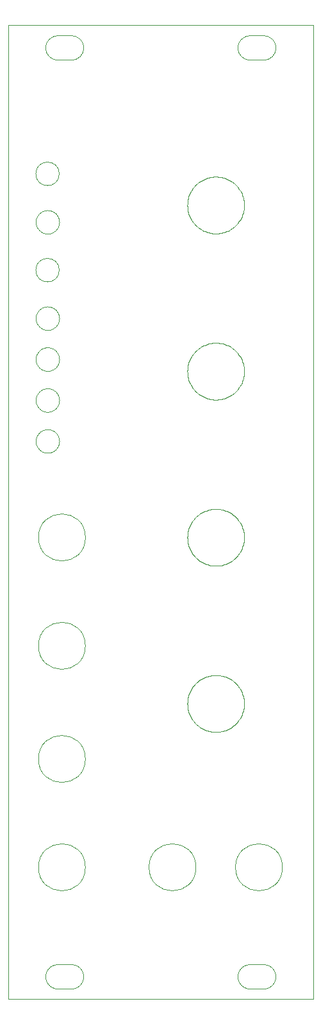
<source format=gbr>
%TF.GenerationSoftware,KiCad,Pcbnew,7.0.5-0*%
%TF.CreationDate,2023-09-11T11:55:09+02:00*%
%TF.ProjectId,peaks-panel,7065616b-732d-4706-916e-656c2e6b6963,rev?*%
%TF.SameCoordinates,Original*%
%TF.FileFunction,Profile,NP*%
%FSLAX46Y46*%
G04 Gerber Fmt 4.6, Leading zero omitted, Abs format (unit mm)*
G04 Created by KiCad (PCBNEW 7.0.5-0) date 2023-09-11 11:55:09*
%MOMM*%
%LPD*%
G01*
G04 APERTURE LIST*
%TA.AperFunction,Profile*%
%ADD10C,0.099836*%
%TD*%
%TA.AperFunction,Profile*%
%ADD11C,0.100000*%
%TD*%
%TA.AperFunction,Profile*%
%ADD12C,0.050000*%
%TD*%
G04 APERTURE END LIST*
D10*
X145207004Y-89016122D02*
X145022311Y-88983144D01*
X145740677Y-118122566D02*
X145910981Y-118055425D01*
X141071221Y-116226034D02*
X141154030Y-116387712D01*
X123368716Y-74042361D02*
X123417451Y-73986117D01*
D11*
X148055291Y-48676167D02*
X148120208Y-48634549D01*
X147358128Y-50166502D02*
X147351949Y-50085248D01*
D10*
X146238796Y-74077646D02*
X146395836Y-73987352D01*
D11*
X153260016Y-158100000D02*
G75*
G03*
X153260016Y-158100000I-3100016J0D01*
G01*
D10*
X121179224Y-100752666D02*
X121125393Y-100803990D01*
X122893218Y-71602864D02*
X122824540Y-71571814D01*
X121417659Y-92425787D02*
X121482558Y-92463108D01*
X122141362Y-71451980D02*
X122062691Y-71457968D01*
D11*
X152032003Y-173460215D02*
X151984504Y-173520658D01*
D10*
X147456278Y-116843885D02*
X147560817Y-116696873D01*
X147831430Y-91064141D02*
X147748628Y-90902446D01*
X123649675Y-85096836D02*
X123618623Y-85028171D01*
X141341855Y-138606955D02*
X141446399Y-138754007D01*
X120720140Y-91487497D02*
X120741033Y-91561059D01*
X121179224Y-71852743D02*
X121125393Y-71904076D01*
X141154030Y-90902446D02*
X141071221Y-91064141D01*
X120689190Y-72764063D02*
X120679329Y-72841622D01*
D11*
X121949867Y-50002912D02*
X121949867Y-50002912D01*
D10*
X141799733Y-111948427D02*
X141675574Y-112078670D01*
X122457171Y-94968000D02*
X122379584Y-94958144D01*
X123769514Y-85620469D02*
X123763526Y-85541741D01*
X120765409Y-97033126D02*
X120793170Y-97103513D01*
D11*
X121949867Y-50002912D02*
X121951949Y-49920576D01*
X150749867Y-51602911D02*
X150749867Y-51602911D01*
X151767615Y-171268274D02*
X151825670Y-171318562D01*
D10*
X142825518Y-74160458D02*
X142991613Y-74235554D01*
X142207667Y-139515473D02*
X142354679Y-139620043D01*
X122141362Y-74548158D02*
X122221075Y-74550175D01*
X143161890Y-74302697D02*
X143336113Y-74361651D01*
D11*
X151825670Y-173687259D02*
X151767615Y-173737548D01*
D10*
X148032593Y-71895383D02*
X148083116Y-71717427D01*
X121482558Y-100537078D02*
X121417659Y-100574400D01*
X141341855Y-134413425D02*
X141244320Y-134565562D01*
D11*
X152331430Y-50246575D02*
X152317360Y-50325367D01*
X122267730Y-173460215D02*
X122223122Y-173397485D01*
X125432202Y-51600829D02*
X125349867Y-51602911D01*
D10*
X123649675Y-72396808D02*
X123618623Y-72328147D01*
X140720808Y-114216939D02*
X140706328Y-114407418D01*
X146695006Y-95695018D02*
X146836665Y-95583694D01*
X120824218Y-85028171D02*
X120793170Y-85096836D01*
X140706328Y-114407418D02*
X140701448Y-114600433D01*
D11*
X150993531Y-174084476D02*
X150913457Y-174094651D01*
X150993531Y-51584476D02*
X150913457Y-51594651D01*
D10*
X145740677Y-96212452D02*
X145910981Y-96145309D01*
D11*
X151825670Y-48818562D02*
X151881237Y-48871541D01*
D10*
X121482558Y-71637105D02*
X121417659Y-71674437D01*
X143161890Y-118122566D02*
X143336113Y-118181520D01*
D11*
X147667730Y-173460215D02*
X147623122Y-173397485D01*
X122107644Y-171809245D02*
X122142978Y-171740256D01*
D10*
X122457171Y-100367865D02*
X122379584Y-100358008D01*
X120702826Y-102212425D02*
X120720140Y-102287400D01*
X120673341Y-85620469D02*
X120671324Y-85700245D01*
X145207004Y-110926244D02*
X145022311Y-110893266D01*
X140744655Y-71351321D02*
X140777632Y-71535994D01*
X122300852Y-84152155D02*
X122221075Y-84150139D01*
X148083116Y-71717427D02*
X148124981Y-71535994D01*
X147102952Y-117251820D02*
X147227110Y-117121594D01*
D11*
X151443532Y-48560690D02*
X151512521Y-48596024D01*
D10*
X122062691Y-103441865D02*
X122141362Y-103447850D01*
D11*
X122000239Y-172103046D02*
X122021800Y-172027120D01*
D10*
X148181794Y-114983801D02*
X148196272Y-114793383D01*
X148083116Y-115537506D02*
X148124981Y-115356098D01*
X122300852Y-92648164D02*
X122379584Y-92642179D01*
X144067752Y-88959298D02*
X143880101Y-88983144D01*
X123087906Y-103185176D02*
X123148695Y-103141966D01*
X145910981Y-118055425D02*
X146077099Y-117980332D01*
D11*
X123549867Y-174102911D02*
X123467531Y-174100829D01*
D10*
X123701818Y-90639083D02*
X123677439Y-90567056D01*
X122379584Y-89557967D02*
X122300852Y-89551982D01*
D11*
X147400239Y-49603046D02*
X147421800Y-49527120D01*
D10*
X123368716Y-92142365D02*
X123417451Y-92086121D01*
D11*
X126481237Y-171371541D02*
X126534215Y-171427107D01*
D10*
X146395836Y-67573071D02*
X146238796Y-67482777D01*
X122682096Y-89619647D02*
X122608525Y-89598761D01*
X147973648Y-72069626D02*
X148032593Y-71895383D01*
X144644134Y-74525360D02*
X144834609Y-74510879D01*
D11*
X147507644Y-171809245D02*
X147542978Y-171740256D01*
D10*
X123584380Y-73738981D02*
X123618623Y-73672143D01*
D11*
X147992561Y-173785047D02*
X147932118Y-173737548D01*
D10*
X121760382Y-71519675D02*
X121688387Y-71544052D01*
X147227110Y-90168502D02*
X147102952Y-90038268D01*
X144451120Y-132760193D02*
X144258170Y-132765072D01*
D11*
X147581504Y-49173253D02*
X147623122Y-49108336D01*
D10*
X120702826Y-90787645D02*
X120689190Y-90863984D01*
D11*
X147382373Y-50325367D02*
X147368303Y-50246575D01*
D10*
X123722713Y-72612760D02*
X123701818Y-72539211D01*
D11*
X151767615Y-173737548D02*
X151707171Y-173785047D01*
D10*
X141557718Y-112214746D02*
X141446399Y-112356420D01*
X147748628Y-72567730D02*
X147831430Y-72406036D01*
D11*
X147358128Y-49839321D02*
X147368303Y-49759247D01*
X126949866Y-172502912D02*
X126949866Y-172502912D01*
D10*
X123024999Y-71674437D02*
X122960070Y-71637105D01*
X146395836Y-139717602D02*
X146547985Y-139620043D01*
X146395836Y-89482824D02*
X146238796Y-89392531D01*
X144834609Y-118330745D02*
X145022311Y-118306898D01*
D11*
X122592561Y-51285047D02*
X122532118Y-51237548D01*
D10*
X147748628Y-68992693D02*
X147658345Y-68835653D01*
X143695454Y-96363810D02*
X143880101Y-96396788D01*
D11*
X147507644Y-173196576D02*
X147475603Y-173125702D01*
X152347784Y-50085248D02*
X152341605Y-50166502D01*
X147382373Y-172825367D02*
X147368303Y-172746575D01*
D10*
X123368716Y-90057779D02*
X123317376Y-90003947D01*
X140996128Y-137969838D02*
X141071221Y-138135982D01*
D11*
X148120208Y-173871273D02*
X148055291Y-173829655D01*
D10*
X123618623Y-72328147D02*
X123584380Y-72261312D01*
X143336113Y-67198771D02*
X143161890Y-67257726D01*
D11*
X126824130Y-171880119D02*
X126852778Y-171952777D01*
X126676611Y-49108336D02*
X126718229Y-49173253D01*
X122999733Y-48500000D02*
X123074075Y-48474845D01*
D10*
X121985160Y-92632322D02*
X122062691Y-92642179D01*
X121985160Y-94968000D02*
X121908867Y-94981631D01*
D11*
X122720208Y-173871273D02*
X122655291Y-173829655D01*
D10*
X146836665Y-67886484D02*
X146695006Y-67775160D01*
X141799733Y-95341664D02*
X141929958Y-95465831D01*
X122457171Y-71467829D02*
X122379584Y-71457968D01*
X144834609Y-88959298D02*
X144644134Y-88944817D01*
X121549377Y-71602864D02*
X121482558Y-71637105D01*
D11*
X126481237Y-48871541D02*
X126534215Y-48927107D01*
D10*
X123317376Y-84604121D02*
X123263527Y-84552797D01*
X122300852Y-100352023D02*
X122221075Y-100350006D01*
D11*
X126792089Y-173196576D02*
X126756755Y-173265565D01*
X126947784Y-172420576D02*
X126949866Y-172502912D01*
X126584504Y-48985163D02*
X126632003Y-49045606D01*
D10*
X121235464Y-100703947D02*
X121179224Y-100752666D01*
X140701448Y-136509865D02*
X140706328Y-136702881D01*
D11*
X151225657Y-51530978D02*
X151149731Y-51552539D01*
D10*
X147658345Y-116544736D02*
X147748628Y-116387712D01*
D11*
X125972658Y-51477175D02*
X125900000Y-51505823D01*
X122223122Y-49108336D02*
X122267730Y-49045606D01*
D10*
X122893218Y-87097163D02*
X122960070Y-87062936D01*
D11*
X126584504Y-51020658D02*
X126534215Y-51078714D01*
X150913457Y-174094651D02*
X150832202Y-174100829D01*
D10*
X145910981Y-89234623D02*
X145740677Y-89167480D01*
X142506815Y-73987352D02*
X142663840Y-74077646D01*
D11*
X125825657Y-170974845D02*
X125900000Y-171000000D01*
X122075603Y-49380119D02*
X122107644Y-49309245D01*
X122315229Y-51020658D02*
X122267730Y-50960215D01*
D10*
X147973648Y-137799511D02*
X148032593Y-137625235D01*
D11*
X121982373Y-172180455D02*
X122000239Y-172103046D01*
D10*
X123417451Y-90114022D02*
X123368716Y-90057779D01*
D11*
X126179524Y-171134549D02*
X126244441Y-171176167D01*
D10*
X121294014Y-84458064D02*
X121235464Y-84504079D01*
X122960070Y-89737036D02*
X122893218Y-89702807D01*
X121417659Y-74325781D02*
X121482558Y-74363103D01*
X120673341Y-73079845D02*
X120679329Y-73158573D01*
D11*
X148399733Y-174005823D02*
X148327074Y-173977175D01*
X151443532Y-171060690D02*
X151512521Y-171096024D01*
D10*
X141244320Y-116544736D02*
X141341855Y-116696873D01*
X121549377Y-74397333D02*
X121618019Y-74428372D01*
D11*
X121968303Y-172259247D02*
X121982373Y-172180455D01*
D10*
X123701818Y-96961109D02*
X123722713Y-96887560D01*
X140870033Y-91574794D02*
X140819503Y-91752750D01*
X145388453Y-118232050D02*
X145566423Y-118181520D01*
X121985160Y-98032491D02*
X122062691Y-98042352D01*
D11*
X122365518Y-171427107D02*
X122418496Y-171371541D01*
D10*
X120679329Y-102058558D02*
X120689190Y-102136112D01*
D11*
X150832202Y-51600829D02*
X150749867Y-51602911D01*
X121958128Y-50166502D02*
X121951949Y-50085248D01*
X147358128Y-172339321D02*
X147368303Y-172259247D01*
D10*
X123024999Y-97825883D02*
X123087906Y-97785555D01*
X123753665Y-102136112D02*
X123763526Y-102058558D01*
X147344964Y-138895698D02*
X147456278Y-138754007D01*
X147831430Y-134884264D02*
X147748628Y-134722586D01*
D11*
X147874063Y-173687259D02*
X147818496Y-173634281D01*
X126877933Y-172027120D02*
X126899494Y-172103046D01*
X122592561Y-48720775D02*
X122655291Y-48676167D01*
D10*
X122960070Y-92463108D02*
X123024999Y-92425787D01*
X120793170Y-97103513D02*
X120824218Y-97172173D01*
X146972725Y-95465831D02*
X147102952Y-95341664D01*
X148032593Y-69665041D02*
X147973648Y-69490797D01*
X147227110Y-139031791D02*
X147344964Y-138895698D01*
X122608525Y-94998938D02*
X122533517Y-94981631D01*
X123263527Y-74147517D02*
X123317376Y-74096193D01*
X121618019Y-103328070D02*
X121688387Y-103355821D01*
X120689190Y-96264165D02*
X120679329Y-96341747D01*
X144258170Y-110854939D02*
X144067752Y-110869419D01*
X121074068Y-102942106D02*
X121125393Y-102995930D01*
X143514046Y-118232050D02*
X143695454Y-118273922D01*
X140706328Y-92882947D02*
X140720808Y-93073395D01*
X121025347Y-95514201D02*
X120979328Y-95572759D01*
X142066015Y-117493835D02*
X142207667Y-117605153D01*
X142991613Y-89234623D02*
X142825518Y-89309718D01*
X123087906Y-89814675D02*
X123024999Y-89774358D01*
X146972725Y-68004347D02*
X146836665Y-67886484D01*
X123740028Y-102212425D02*
X123753665Y-102136112D01*
X122754134Y-95044192D02*
X122682096Y-95019824D01*
X140870033Y-137625235D02*
X140928987Y-137799511D01*
X120689190Y-85936242D02*
X120702826Y-86012555D01*
D11*
X126941605Y-49839321D02*
X126947784Y-49920576D01*
X123150002Y-170953285D02*
X123227411Y-170935419D01*
X151934215Y-171427107D02*
X151984504Y-171485163D01*
D10*
X142663840Y-95987401D02*
X142825518Y-96070214D01*
X147658345Y-68835653D02*
X147560817Y-68683503D01*
D11*
X150832202Y-170904995D02*
X150913457Y-170911174D01*
D10*
X147560817Y-94786675D02*
X147658345Y-94634525D01*
D11*
X125672322Y-51570405D02*
X125593531Y-51584476D01*
D10*
X123463482Y-100972623D02*
X123417451Y-100914066D01*
X123763526Y-85858687D02*
X123769514Y-85779989D01*
D11*
X148706202Y-170921348D02*
X148786276Y-170911174D01*
X122315229Y-171485163D02*
X122365518Y-171427107D01*
D10*
X121760382Y-87180317D02*
X121833908Y-87201202D01*
X122457171Y-84167997D02*
X122379584Y-84158141D01*
X122379584Y-87241994D02*
X122457171Y-87232138D01*
X121354779Y-95214853D02*
X121294014Y-95258068D01*
X122893218Y-74397333D02*
X122960070Y-74363103D01*
X146695006Y-111595054D02*
X146547985Y-111490500D01*
D11*
X148550002Y-48453285D02*
X148627411Y-48435419D01*
D10*
X121235464Y-89903905D02*
X121179224Y-89952623D01*
D11*
X123306202Y-170921348D02*
X123386276Y-170911174D01*
X151881237Y-173634281D02*
X151825670Y-173687259D01*
D10*
X121760382Y-74480493D02*
X121833908Y-74501379D01*
X144067752Y-132779553D02*
X143880101Y-132803399D01*
D11*
X148256200Y-48560690D02*
X148327074Y-48528648D01*
D10*
X122062691Y-94958144D02*
X121985160Y-94968000D01*
X141675574Y-139031791D02*
X141799733Y-139162050D01*
X140701448Y-114600433D02*
X140706328Y-114793383D01*
X120793170Y-101296706D02*
X120765409Y-101367101D01*
D11*
X148949867Y-51602911D02*
X148949867Y-51602911D01*
D10*
X120824218Y-73672143D02*
X120858455Y-73738981D01*
X121760382Y-84219821D02*
X121688387Y-84244189D01*
X122533517Y-103418379D02*
X122608525Y-103401073D01*
X121833908Y-103401073D02*
X121908867Y-103418379D01*
D11*
X126949866Y-172502912D02*
X126947784Y-172585248D01*
D10*
X120689190Y-96736257D02*
X120702826Y-96812577D01*
X145022311Y-96396788D02*
X145207004Y-96363810D01*
D11*
X151984504Y-51020658D02*
X151934215Y-51078714D01*
X125593531Y-174084476D02*
X125513457Y-174094651D01*
X126931430Y-172746575D02*
X126917360Y-172825367D01*
X147351949Y-50085248D02*
X147349867Y-50002912D01*
D10*
X140744655Y-114029232D02*
X140720808Y-114216939D01*
X148032593Y-91574794D02*
X147973648Y-91400550D01*
X121235464Y-84504079D02*
X121179224Y-84552797D01*
D11*
X152277933Y-50478701D02*
X152252778Y-50553044D01*
D10*
X123763526Y-101741612D02*
X123753665Y-101664029D01*
X141929958Y-89914101D02*
X141799733Y-90038268D01*
X145022311Y-67073391D02*
X144834609Y-67049544D01*
X141929958Y-73556076D02*
X142066015Y-73673939D01*
X123769514Y-72920323D02*
X123763526Y-72841622D01*
X141341855Y-68683503D02*
X141244320Y-68835653D01*
X143514046Y-89057994D02*
X143336113Y-89108525D01*
X122062691Y-98042352D02*
X122141362Y-98048340D01*
X143336113Y-140091976D02*
X143514046Y-140142517D01*
X147344964Y-68394815D02*
X147227110Y-68258748D01*
X140870033Y-113485096D02*
X140819503Y-113663075D01*
X144258170Y-96435115D02*
X144451120Y-96439995D01*
D11*
X148327074Y-173977175D02*
X148256200Y-173945133D01*
X123549867Y-51602911D02*
X123549867Y-51602911D01*
D10*
X146695006Y-67775160D02*
X146547985Y-67670610D01*
X140870033Y-115715439D02*
X140928987Y-115889662D01*
X141929958Y-68004347D02*
X141799733Y-68128514D01*
X122221075Y-103449867D02*
X122300852Y-103447850D01*
X122300852Y-94952159D02*
X122221075Y-94950142D01*
X145910981Y-67324869D02*
X145740677Y-67257726D01*
D11*
X125749731Y-51552539D02*
X125672322Y-51570405D01*
X123227411Y-48435419D02*
X123306202Y-48421348D01*
D10*
X123771532Y-73000069D02*
X123769514Y-72920323D01*
X121025347Y-92086121D02*
X121074068Y-92142365D01*
D11*
X122856200Y-173945133D02*
X122787211Y-173909799D01*
X126112521Y-48596024D02*
X126179524Y-48634549D01*
D10*
X122379584Y-103441865D02*
X122457171Y-103432009D01*
D11*
X150913457Y-51594651D02*
X150832202Y-51600829D01*
D10*
X148157952Y-70209103D02*
X148124981Y-70024430D01*
X140996128Y-113140516D02*
X140928987Y-113310831D01*
X120702826Y-101587689D02*
X120689190Y-101664029D01*
D11*
X147446954Y-50553044D02*
X147421800Y-50478701D01*
D10*
X122960070Y-100537078D02*
X122893218Y-100502849D01*
X141675574Y-68258748D02*
X141557718Y-68394815D01*
D11*
X151984504Y-48985163D02*
X152032003Y-49045606D01*
X126584504Y-171485163D02*
X126632003Y-171545606D01*
D10*
X142354679Y-73889813D02*
X142506815Y-73987352D01*
X144451120Y-110850059D02*
X144258170Y-110854939D01*
X120679329Y-91258575D02*
X120689190Y-91336158D01*
X122608525Y-74501379D02*
X122682096Y-74480493D01*
X144834609Y-74510879D02*
X145022311Y-74487032D01*
X123722713Y-85312819D02*
X123701818Y-85239257D01*
D11*
X148867531Y-174100829D02*
X148786276Y-174094651D01*
X123549867Y-170902913D02*
X125349867Y-170902913D01*
D10*
X122824540Y-89671767D02*
X122754134Y-89644015D01*
D11*
X148706202Y-48421348D02*
X148786276Y-48411174D01*
D10*
X146836665Y-111706384D02*
X146695006Y-111595054D01*
X122300852Y-74548158D02*
X122379584Y-74542173D01*
X122379584Y-71457968D02*
X122300852Y-71451980D01*
D11*
X121949867Y-172502912D02*
X121949867Y-172502912D01*
X148949867Y-48402913D02*
X148949867Y-48402913D01*
X122107644Y-49309245D02*
X122142978Y-49240256D01*
X126307171Y-51285047D02*
X126244441Y-51329655D01*
D10*
X123677439Y-90567056D02*
X123649675Y-90496662D01*
D11*
X148949867Y-170902913D02*
X150749867Y-170902913D01*
X147765518Y-171427107D02*
X147818496Y-171371541D01*
D10*
X123207268Y-86896087D02*
X123263527Y-86847376D01*
X123263527Y-92247521D02*
X123317376Y-92196197D01*
X140720808Y-114983801D02*
X140744655Y-115171451D01*
X141557718Y-116985537D02*
X141675574Y-117121594D01*
X147973648Y-113310831D02*
X147906515Y-113140516D01*
X148083116Y-113663075D02*
X148032593Y-113485096D01*
D11*
X150749867Y-48402913D02*
X150832202Y-48404995D01*
X147932118Y-48768274D02*
X147992561Y-48720775D01*
X121968303Y-172746575D02*
X121958128Y-172666502D01*
D10*
X121125393Y-92196197D02*
X121179224Y-92247521D01*
X123148695Y-74242250D02*
X123207268Y-74196235D01*
X121549377Y-95102985D02*
X121482558Y-95137214D01*
X123618623Y-101228041D02*
X123584380Y-101161203D01*
D11*
X126043532Y-171060690D02*
X126112521Y-171096024D01*
D10*
X142663840Y-133212775D02*
X142506815Y-133303065D01*
X121760382Y-89619647D02*
X121688387Y-89644015D01*
X122062691Y-100358008D02*
X121985160Y-100367865D01*
D11*
X148474075Y-51530978D02*
X148399733Y-51505823D01*
X123549867Y-174102911D02*
X123549867Y-174102911D01*
D10*
X145388453Y-132878248D02*
X145207004Y-132836376D01*
D11*
X147581504Y-171673253D02*
X147623122Y-171608336D01*
X147351949Y-172420576D02*
X147358128Y-172339321D01*
D10*
X120765409Y-73533083D02*
X120793170Y-73603478D01*
X148157952Y-92118855D02*
X148124981Y-91934182D01*
X120765409Y-101367101D02*
X120741033Y-101439128D01*
X145740677Y-67257726D02*
X145566423Y-67198771D01*
X147227110Y-133988704D02*
X147102952Y-133858478D01*
X142825518Y-67399965D02*
X142663840Y-67482777D01*
X123771532Y-101900116D02*
X123769514Y-101820340D01*
X147456278Y-68536479D02*
X147344964Y-68394815D01*
X146547985Y-67670610D02*
X146395836Y-67573071D01*
D11*
X147765518Y-48927107D02*
X147818496Y-48871541D01*
X123227411Y-174070405D02*
X123150002Y-174052539D01*
X122142978Y-171740256D02*
X122181504Y-171673253D01*
D10*
X147560817Y-134413425D02*
X147456278Y-134266413D01*
D11*
X126852778Y-173053044D02*
X126824130Y-173125702D01*
D10*
X148083116Y-69842997D02*
X148032593Y-69665041D01*
X141341855Y-94786675D02*
X141446399Y-94933699D01*
D11*
X147818496Y-51134281D02*
X147765518Y-51078714D01*
D10*
X123753665Y-91336158D02*
X123763526Y-91258575D01*
D11*
X148256200Y-51445133D02*
X148187211Y-51409799D01*
X151934215Y-173578714D02*
X151881237Y-173634281D01*
D10*
X121417659Y-87025618D02*
X121482558Y-87062936D01*
D11*
X125825657Y-174030978D02*
X125749731Y-174052539D01*
D10*
X120979328Y-84772753D02*
X120936108Y-84833526D01*
D11*
X121968303Y-50246575D02*
X121958128Y-50166502D01*
X126917360Y-172825367D02*
X126899494Y-172902775D01*
D10*
X123701818Y-96039264D02*
X123677439Y-95967237D01*
X121294014Y-97742330D02*
X121354779Y-97785555D01*
D11*
X126917360Y-50325367D02*
X126899494Y-50402775D01*
D10*
X120979328Y-100972623D02*
X120936108Y-101033396D01*
X121908867Y-84181628D02*
X121833908Y-84198935D01*
X120858455Y-101161203D02*
X120824218Y-101228041D01*
X123317376Y-86796060D02*
X123368716Y-86742237D01*
X123649675Y-102503320D02*
X123677439Y-102432945D01*
X121294014Y-100657932D02*
X121235464Y-100703947D01*
D11*
X122720208Y-51371273D02*
X122655291Y-51329655D01*
X148786276Y-48411174D02*
X148867531Y-48404995D01*
D10*
X123763526Y-90941567D02*
X123753665Y-90863984D01*
X121833908Y-94998938D02*
X121760382Y-95019824D01*
D11*
X122474063Y-171318562D02*
X122532118Y-171268274D01*
X122021800Y-172027120D02*
X122046954Y-171952777D01*
X147667730Y-50960215D02*
X147623122Y-50897485D01*
D10*
X144067752Y-110869419D02*
X143880101Y-110893266D01*
X121417659Y-71674437D02*
X121354779Y-71714765D01*
X140819503Y-113663075D02*
X140777632Y-113844532D01*
D11*
X122655291Y-173829655D02*
X122592561Y-173785047D01*
X126877933Y-49527120D02*
X126899494Y-49603046D01*
D10*
X146077099Y-117980332D02*
X146238796Y-117897523D01*
X120679329Y-73158573D02*
X120689190Y-73236155D01*
X121833908Y-89598761D02*
X121760382Y-89619647D01*
X146238796Y-67482777D02*
X146077099Y-67399965D01*
X141154030Y-72567730D02*
X141244320Y-72724770D01*
X123677439Y-86233075D02*
X123701818Y-86161069D01*
X140777632Y-71535994D02*
X140819503Y-71717427D01*
X147906515Y-116059939D02*
X147973648Y-115889662D01*
D11*
X151300000Y-48500000D02*
X151372658Y-48528648D01*
D10*
X123771532Y-85700245D02*
X123769514Y-85620469D01*
X145910981Y-74235554D02*
X146077099Y-74160458D01*
X147906515Y-69320501D02*
X147831430Y-69154388D01*
X141071221Y-134884264D02*
X140996128Y-135050359D01*
X145740677Y-74302697D02*
X145910981Y-74235554D01*
X146972725Y-89914101D02*
X146836665Y-89796238D01*
X123417451Y-97486155D02*
X123463482Y-97427593D01*
D11*
X148706202Y-51584476D02*
X148627411Y-51570405D01*
X147421800Y-172027120D02*
X147446954Y-171952777D01*
D10*
X121549377Y-97897456D02*
X121618019Y-97928506D01*
X143695454Y-132836376D02*
X143514046Y-132878248D01*
X120741033Y-96961109D02*
X120765409Y-97033126D01*
X122457171Y-92632322D02*
X122533517Y-92618692D01*
X141799733Y-133858478D02*
X141675574Y-133988704D01*
D11*
X125513457Y-51594651D02*
X125432202Y-51600829D01*
D10*
X145388453Y-74412183D02*
X145566423Y-74361651D01*
D11*
X122315229Y-173520658D02*
X122267730Y-173460215D01*
D10*
X121760382Y-92580498D02*
X121833908Y-92601385D01*
X123769514Y-91179847D02*
X123771532Y-91100071D01*
X120824218Y-72328147D02*
X120793170Y-72396808D01*
X141446399Y-116843885D02*
X141557718Y-116985537D01*
D11*
X125900000Y-171000000D02*
X125972658Y-171028648D01*
X150993531Y-170921348D02*
X151072322Y-170935419D01*
D10*
X120741033Y-101439128D02*
X120720140Y-101512690D01*
D11*
X123074075Y-174030978D02*
X122999733Y-174005823D01*
D10*
X123763526Y-91258575D02*
X123769514Y-91179847D01*
X144451120Y-140260597D02*
X144644134Y-140255717D01*
D11*
X122181504Y-173332568D02*
X122142978Y-173265565D01*
X148474075Y-174030978D02*
X148399733Y-174005823D01*
X148949867Y-174102911D02*
X148867531Y-174100829D01*
X122474063Y-173687259D02*
X122418496Y-173634281D01*
X147715229Y-48985163D02*
X147765518Y-48927107D01*
D10*
X121985160Y-89567823D02*
X121908867Y-89581454D01*
D11*
X126043532Y-51445133D02*
X125972658Y-51477175D01*
X152299494Y-49603046D02*
X152317360Y-49680455D01*
X126632003Y-173460215D02*
X126584504Y-173520658D01*
D10*
X147560817Y-138606955D02*
X147658345Y-138454776D01*
D11*
X148187211Y-171096024D02*
X148256200Y-171060690D01*
D10*
X121294014Y-103141966D02*
X121354779Y-103185176D01*
D11*
X151372658Y-171028648D02*
X151443532Y-171060690D01*
D10*
X146077099Y-74160458D02*
X146238796Y-74077646D01*
D11*
X122181504Y-49173253D02*
X122223122Y-49108336D01*
D10*
X148181794Y-70396781D02*
X148157952Y-70209103D01*
X140870033Y-135394859D02*
X140819503Y-135572792D01*
X157299917Y-175499992D02*
X157299917Y-47000000D01*
D11*
X150749867Y-170902913D02*
X150832202Y-170904995D01*
X125349867Y-170902913D02*
X125432202Y-170904995D01*
X126244441Y-51329655D02*
X126179524Y-51371273D01*
D10*
X147102952Y-139162050D02*
X147227110Y-139031791D01*
X142825518Y-89309718D02*
X142663840Y-89392531D01*
X147831430Y-94315790D02*
X147906515Y-94149677D01*
D11*
X151707171Y-51285047D02*
X151644441Y-51329655D01*
D10*
X140996128Y-72239923D02*
X141071221Y-72406036D01*
X123677439Y-97033126D02*
X123701818Y-96961109D01*
X147102952Y-73431909D02*
X147227110Y-73301675D01*
D11*
X123549867Y-51602911D02*
X123467531Y-51600829D01*
D10*
X120858455Y-73738981D02*
X120895784Y-73803895D01*
X146836665Y-95583694D02*
X146972725Y-95465831D01*
D11*
X125432202Y-174100829D02*
X125349867Y-174102911D01*
D10*
X145566423Y-67198771D02*
X145388453Y-67148240D01*
X147906515Y-113140516D02*
X147831430Y-112974385D01*
D11*
X152317360Y-172180455D02*
X152331430Y-172259247D01*
X122142978Y-49240256D02*
X122181504Y-49173253D01*
D10*
X147102952Y-95341664D02*
X147227110Y-95211430D01*
D11*
X126676611Y-50897485D02*
X126632003Y-50960215D01*
X126899494Y-172103046D02*
X126917360Y-172180455D01*
X125900000Y-48500000D02*
X125972658Y-48528648D01*
D10*
X141244320Y-112655620D02*
X141154030Y-112812674D01*
D11*
X126877933Y-172978701D02*
X126852778Y-173053044D01*
X126852778Y-49452777D02*
X126877933Y-49527120D01*
D10*
X120824218Y-91772146D02*
X120858455Y-91838984D01*
X121354779Y-92385469D02*
X121417659Y-92425787D01*
X121482558Y-87062936D02*
X121549377Y-87097163D01*
X142991613Y-133054873D02*
X142825518Y-133129966D01*
X120671324Y-101900116D02*
X120673341Y-101979860D01*
X140928987Y-72069626D02*
X140996128Y-72239923D01*
X148124981Y-113844532D02*
X148083116Y-113663075D01*
X145388453Y-110968116D02*
X145207004Y-110926244D01*
D11*
X125432202Y-170904995D02*
X125513457Y-170911174D01*
D10*
X148157952Y-71351321D02*
X148181794Y-71163643D01*
D11*
X125900000Y-51505823D02*
X125825657Y-51530978D01*
D10*
X122062691Y-84158141D02*
X121985160Y-84167997D01*
D11*
X122592561Y-173785047D02*
X122532118Y-173737548D01*
D10*
X121833908Y-98001540D02*
X121908867Y-98018854D01*
X141154030Y-112812674D02*
X141071221Y-112974385D01*
D11*
X148706202Y-174084476D02*
X148627411Y-174070405D01*
D10*
X142991613Y-96145309D02*
X143161890Y-96212452D01*
X144644134Y-96435115D02*
X144834609Y-96420635D01*
X144834609Y-132779553D02*
X144644134Y-132765072D01*
X120936108Y-86566697D02*
X120979328Y-86627458D01*
X140706328Y-136316915D02*
X140701448Y-136509865D01*
X122754134Y-74456125D02*
X122824540Y-74428372D01*
X121833908Y-92601385D02*
X121908867Y-92618692D01*
D11*
X150993531Y-48421348D02*
X151072322Y-48435419D01*
D10*
X121549377Y-89702807D02*
X121482558Y-89737036D01*
X120720140Y-96112826D02*
X120702826Y-96187825D01*
X140720808Y-70396781D02*
X140706328Y-70587230D01*
X121985160Y-71467829D02*
X121908867Y-71481466D01*
X147456278Y-138754007D02*
X147560817Y-138606955D01*
X117000000Y-175499992D02*
X157299917Y-175499992D01*
D11*
X125349867Y-170902913D02*
X125349867Y-170902913D01*
X152277933Y-172027120D02*
X152299494Y-172103046D01*
D10*
X145566423Y-89108525D02*
X145388453Y-89057994D01*
D11*
X147623122Y-173397485D02*
X147581504Y-173332568D01*
D10*
X145740677Y-111077604D02*
X145566423Y-111018648D01*
X143514046Y-110968116D02*
X143336113Y-111018648D01*
D11*
X147818496Y-171371541D02*
X147874063Y-171318562D01*
X147992561Y-48720775D02*
X148055291Y-48676167D01*
D10*
X122457171Y-103432009D02*
X122533517Y-103418379D01*
D11*
X123549867Y-170902913D02*
X123549867Y-170902913D01*
D10*
X145207004Y-74454055D02*
X145388453Y-74412183D01*
D11*
X152224130Y-173125702D02*
X152192089Y-173196576D01*
X152347784Y-172585248D02*
X152341605Y-172666502D01*
X152252778Y-50553044D02*
X152224130Y-50625702D01*
D10*
X123584380Y-97239009D02*
X123618623Y-97172173D01*
D11*
X152331430Y-172746575D02*
X152317360Y-172825367D01*
D10*
X121688387Y-97956268D02*
X121760382Y-97980646D01*
X120741033Y-85239257D02*
X120720140Y-85312819D01*
X141341855Y-90593257D02*
X141244320Y-90745407D01*
D11*
X122418496Y-48871541D02*
X122474063Y-48818562D01*
X148399733Y-48500000D02*
X148474075Y-48474845D01*
D10*
X146547985Y-139620043D02*
X146695006Y-139515473D01*
D11*
X122999733Y-51505823D02*
X122927074Y-51477175D01*
X147475603Y-50625702D02*
X147446954Y-50553044D01*
D10*
X122533517Y-94981631D02*
X122457171Y-94968000D01*
X142354679Y-95799568D02*
X142506815Y-95897108D01*
X120741033Y-86161069D02*
X120765409Y-86233075D01*
X120793170Y-102503320D02*
X120824218Y-102571967D01*
X147227110Y-73301675D02*
X147344964Y-73165608D01*
X148181794Y-92306534D02*
X148157952Y-92118855D01*
X121688387Y-92556130D02*
X121760382Y-92580498D01*
X157299917Y-47000000D02*
X117000000Y-47000000D01*
X142354679Y-111490500D02*
X142207667Y-111595054D01*
X121125393Y-74096193D02*
X121179224Y-74147517D01*
X121074068Y-95457958D02*
X121025347Y-95514201D01*
X141446399Y-138754007D02*
X141557718Y-138895698D01*
D11*
X122046954Y-171952777D02*
X122075603Y-171880119D01*
X148120208Y-171134549D02*
X148187211Y-171096024D01*
D10*
X122893218Y-100502849D02*
X122824540Y-100471809D01*
X122824540Y-74428372D02*
X122893218Y-74397333D01*
D11*
X126718229Y-49173253D02*
X126756755Y-49240256D01*
X147349867Y-50002912D02*
X147349867Y-50002912D01*
D10*
X140701448Y-70780212D02*
X140706328Y-70973195D01*
X123677439Y-101367101D02*
X123649675Y-101296706D01*
X120824218Y-97172173D02*
X120858455Y-97239009D01*
D11*
X151072322Y-48435419D02*
X151149731Y-48453285D01*
X152156755Y-173265565D02*
X152118229Y-173332568D01*
D10*
X148181794Y-114216939D02*
X148157952Y-114029232D01*
X123207268Y-89903905D02*
X123148695Y-89857890D01*
D11*
X147581504Y-173332568D02*
X147542978Y-173265565D01*
D10*
X122062691Y-87241994D02*
X122141362Y-87247979D01*
D11*
X122999733Y-174005823D02*
X122927074Y-173977175D01*
D10*
X142506815Y-95897108D02*
X142663840Y-95987401D01*
X121074068Y-92142365D02*
X121125393Y-92196197D01*
X123417451Y-95514201D02*
X123368716Y-95457958D01*
X123148695Y-86942096D02*
X123207268Y-86896087D01*
X120895784Y-73803895D02*
X120936108Y-73866787D01*
X123677439Y-102432945D02*
X123701818Y-102360939D01*
D11*
X123074075Y-51530978D02*
X122999733Y-51505823D01*
D10*
X123753665Y-85936242D02*
X123763526Y-85858687D01*
D11*
X122787211Y-48596024D02*
X122856200Y-48560690D01*
D10*
X146077099Y-96070214D02*
X146238796Y-95987401D01*
X140996128Y-91230254D02*
X140928987Y-91400550D01*
D11*
X123386276Y-170911174D02*
X123467531Y-170904995D01*
D10*
X123649675Y-101296706D02*
X123618623Y-101228041D01*
X121294014Y-89857890D02*
X121235464Y-89903905D01*
X121417659Y-84374532D02*
X121354779Y-84414849D01*
X122608525Y-103401073D02*
X122682096Y-103380187D01*
X120858455Y-91838984D02*
X120895784Y-91903898D01*
X123506712Y-91966791D02*
X123547044Y-91903898D01*
X123547044Y-90296245D02*
X123506712Y-90233352D01*
X120895784Y-90296245D02*
X120858455Y-90361158D01*
X121354779Y-89814675D02*
X121294014Y-89857890D01*
X146836665Y-89796238D02*
X146695006Y-89684914D01*
D11*
X126112521Y-173909799D02*
X126043532Y-173945133D01*
D10*
X145207004Y-67106368D02*
X145022311Y-67073391D01*
X123024999Y-74325781D02*
X123087906Y-74285465D01*
X142066015Y-139404127D02*
X142207667Y-139515473D01*
X122608525Y-71498780D02*
X122533517Y-71481466D01*
D11*
X126792089Y-49309245D02*
X126824130Y-49380119D01*
D10*
X143695454Y-140184397D02*
X143880101Y-140217381D01*
D11*
X123306202Y-48421348D02*
X123386276Y-48411174D01*
D10*
X146077099Y-67399965D02*
X145910981Y-67324869D01*
X120673341Y-72920323D02*
X120671324Y-73000069D01*
X123722713Y-90712645D02*
X123701818Y-90639083D01*
X120895784Y-95696424D02*
X120858455Y-95761338D01*
X120936108Y-91966791D02*
X120979328Y-92027564D01*
X140744655Y-93261074D02*
X140777632Y-93445748D01*
X141929958Y-95465831D02*
X142066015Y-95583694D01*
X122608525Y-100398802D02*
X122533517Y-100381495D01*
X120895784Y-101096289D02*
X120858455Y-101161203D01*
X145207004Y-140184397D02*
X145388453Y-140142517D01*
D11*
X152347784Y-49920576D02*
X152349866Y-50002912D01*
X122532118Y-48768274D02*
X122592561Y-48720775D01*
X152341605Y-50166502D02*
X152331430Y-50246575D01*
D10*
X147748628Y-90902446D02*
X147658345Y-90745407D01*
X143161890Y-132987732D02*
X142991613Y-133054873D01*
X121618019Y-100471809D02*
X121549377Y-100502849D01*
X142207667Y-133505145D02*
X142066015Y-133616463D01*
D11*
X151767615Y-48768274D02*
X151825670Y-48818562D01*
D10*
X140720808Y-71163643D02*
X140744655Y-71351321D01*
D11*
X122142978Y-173265565D02*
X122107644Y-173196576D01*
X125825657Y-51530978D02*
X125749731Y-51552539D01*
D10*
X120689190Y-91336158D02*
X120702826Y-91412497D01*
X121074068Y-90057779D02*
X121025347Y-90114022D01*
D11*
X122267730Y-49045606D02*
X122315229Y-48985163D01*
X152118229Y-171673253D02*
X152156755Y-171740256D01*
X147667730Y-49045606D02*
X147715229Y-48985163D01*
D10*
X123087906Y-97785555D02*
X123148695Y-97742330D01*
X123506712Y-73866787D02*
X123547044Y-73803895D01*
X121025347Y-102885873D02*
X121074068Y-102942106D01*
D11*
X126367615Y-48768274D02*
X126425670Y-48818562D01*
X152317360Y-50325367D02*
X152299494Y-50402775D01*
D10*
X121179224Y-84552797D02*
X121125393Y-84604121D01*
X147906515Y-94149677D02*
X147973648Y-93979380D01*
X143336113Y-111018648D02*
X143161890Y-111077604D01*
X120689190Y-102136112D02*
X120702826Y-102212425D01*
X120702826Y-91412497D02*
X120720140Y-91487497D01*
X120720140Y-73387494D02*
X120741033Y-73461056D01*
X145388453Y-140142517D02*
X145566423Y-140091976D01*
D11*
X126756755Y-50765565D02*
X126718229Y-50832568D01*
D10*
X144451120Y-67030184D02*
X144258170Y-67035063D01*
X123317376Y-90003947D02*
X123263527Y-89952623D01*
X123769514Y-101820340D02*
X123763526Y-101741612D01*
X121294014Y-74242250D02*
X121354779Y-74285465D01*
X121235464Y-74196235D02*
X121294014Y-74242250D01*
D11*
X122592561Y-171220775D02*
X122655291Y-171176167D01*
D10*
X122960070Y-87062936D02*
X123024999Y-87025618D01*
X121482558Y-103262807D02*
X121549377Y-103297033D01*
X141675574Y-133988704D02*
X141557718Y-134124761D01*
X143161890Y-140033009D02*
X143336113Y-140091976D01*
X122300852Y-98048340D02*
X122379584Y-98042352D01*
X146972725Y-111824253D02*
X146836665Y-111706384D01*
X120679329Y-85541741D02*
X120673341Y-85620469D01*
X121908867Y-87218508D02*
X121985160Y-87232138D01*
X146395836Y-95897108D02*
X146547985Y-95799568D01*
X123584380Y-102638789D02*
X123618623Y-102571967D01*
X145388453Y-96321938D02*
X145566423Y-96271407D01*
X123763526Y-72841622D02*
X123753665Y-72764063D01*
X122754134Y-89644015D02*
X122682096Y-89619647D01*
X141675574Y-117121594D02*
X141799733Y-117251820D01*
X121025347Y-73986117D02*
X121074068Y-74042361D01*
D11*
X121949867Y-50002912D02*
X121949867Y-50002912D01*
D10*
X123148695Y-95258068D02*
X123087906Y-95214853D01*
X142825518Y-139890742D02*
X142991613Y-139965852D01*
X123024999Y-84374532D02*
X122960070Y-84337210D01*
X141557718Y-90304569D02*
X141446399Y-90446232D01*
D11*
X151225657Y-170974845D02*
X151300000Y-171000000D01*
X150749867Y-174102911D02*
X148949867Y-174102911D01*
D10*
X146395836Y-117807233D02*
X146547985Y-117709697D01*
X120679329Y-96341747D02*
X120673341Y-96420476D01*
D11*
X126877933Y-50478701D02*
X126852778Y-50553044D01*
D10*
X122682096Y-100419688D02*
X122608525Y-100398802D01*
X147102952Y-111948427D02*
X146972725Y-111824253D01*
X120979328Y-90172579D02*
X120936108Y-90233352D01*
D11*
X123549867Y-48402913D02*
X125349867Y-48402913D01*
D10*
X148032593Y-137625235D02*
X148083116Y-137447246D01*
X120936108Y-97366816D02*
X120979328Y-97427593D01*
X145207004Y-96363810D02*
X145388453Y-96321938D01*
X143880101Y-132803399D02*
X143695454Y-132836376D01*
X121908867Y-74518686D02*
X121985160Y-74532316D01*
X120936108Y-90233352D02*
X120895784Y-90296245D01*
X146238796Y-117897523D02*
X146395836Y-117807233D01*
X141446399Y-134266413D02*
X141341855Y-134413425D01*
D11*
X126043532Y-173945133D02*
X125972658Y-173977175D01*
D10*
X144451120Y-96439995D02*
X144644134Y-96435115D01*
D11*
X122107644Y-50696576D02*
X122075603Y-50625702D01*
X147368303Y-50246575D02*
X147358128Y-50166502D01*
X147874063Y-51187259D02*
X147818496Y-51134281D01*
X126931430Y-49759247D02*
X126941605Y-49839321D01*
D10*
X123463482Y-72072728D02*
X123417451Y-72014166D01*
D11*
X122532118Y-51237548D02*
X122474063Y-51187259D01*
D10*
X123148695Y-100657932D02*
X123087906Y-100614717D01*
X142663840Y-139807913D02*
X142825518Y-139890742D01*
X121125393Y-90003947D02*
X121074068Y-90057779D01*
X123024999Y-92425787D02*
X123087906Y-92385469D01*
D11*
X126917360Y-49680455D02*
X126931430Y-49759247D01*
D10*
X142991613Y-139965852D02*
X143161890Y-140033009D01*
X123024999Y-103225488D02*
X123087906Y-103185176D01*
X145207004Y-118273922D02*
X145388453Y-118232050D01*
X148124981Y-93445748D02*
X148157952Y-93261074D01*
X122221075Y-74550175D02*
X122300852Y-74548158D01*
X123769514Y-96579997D02*
X123771532Y-96500252D01*
D11*
X123306202Y-51584476D02*
X123227411Y-51570405D01*
D10*
X140706328Y-92496982D02*
X140701448Y-92689964D01*
X121985160Y-103432009D02*
X122062691Y-103441865D01*
X122960070Y-95137214D02*
X122893218Y-95102985D01*
X122300852Y-103447850D02*
X122379584Y-103441865D01*
X120858455Y-95761338D02*
X120824218Y-95828177D01*
X120671324Y-85700245D02*
X120673341Y-85779989D01*
D11*
X126367615Y-51237548D02*
X126307171Y-51285047D01*
D10*
X123753665Y-96264165D02*
X123740028Y-96187825D01*
D11*
X126425670Y-51187259D02*
X126367615Y-51237548D01*
X122365518Y-173578714D02*
X122315229Y-173520658D01*
X121949867Y-172502912D02*
X121951949Y-172420576D01*
X122856200Y-51445133D02*
X122787211Y-51409799D01*
D10*
X140701448Y-92689964D02*
X140706328Y-92882947D01*
X122682096Y-87180317D02*
X122754134Y-87155950D01*
X141154030Y-138297707D02*
X141244320Y-138454776D01*
X142354679Y-67670610D02*
X142207667Y-67775160D01*
X121179224Y-95352802D02*
X121125393Y-95404126D01*
D11*
X121968303Y-49759247D02*
X121982373Y-49680455D01*
X150913457Y-48411174D02*
X150993531Y-48421348D01*
D10*
X123263527Y-84552797D02*
X123207268Y-84504079D01*
X141154030Y-68992693D02*
X141071221Y-69154388D01*
D11*
X147715229Y-173520658D02*
X147667730Y-173460215D01*
X151300000Y-171000000D02*
X151372658Y-171028648D01*
D10*
X122608525Y-98001540D02*
X122682096Y-97980646D01*
X143880101Y-140217381D02*
X144067752Y-140241233D01*
D11*
X123467531Y-48404995D02*
X123549867Y-48402913D01*
X121982373Y-172825367D02*
X121968303Y-172746575D01*
D10*
X123618623Y-73672143D02*
X123649675Y-73603478D01*
X123024999Y-95174536D02*
X122960070Y-95137214D01*
X121125393Y-84604121D02*
X121074068Y-84657953D01*
D11*
X148949867Y-170902913D02*
X148949867Y-170902913D01*
D10*
X144834609Y-140241233D02*
X145022311Y-140217381D01*
D11*
X148949867Y-48402913D02*
X148949867Y-48402913D01*
D10*
X123701818Y-91561059D02*
X123722713Y-91487497D01*
X142506815Y-117807233D02*
X142663840Y-117897523D01*
X122379584Y-98042352D02*
X122457171Y-98032491D01*
X121549377Y-87097163D02*
X121618019Y-87128200D01*
D11*
X126425670Y-171318562D02*
X126481237Y-171371541D01*
X148055291Y-173829655D02*
X147992561Y-173785047D01*
X126632003Y-49045606D02*
X126676611Y-49108336D01*
D10*
X123024999Y-100574400D02*
X122960070Y-100537078D01*
D11*
X152032003Y-49045606D02*
X152076611Y-49108336D01*
D10*
X120824218Y-90427997D02*
X120793170Y-90496662D01*
X147344964Y-134124761D02*
X147227110Y-133988704D01*
D11*
X125593531Y-51584476D02*
X125513457Y-51594651D01*
X151579524Y-48634549D02*
X151644441Y-48676167D01*
D10*
X121074068Y-86742237D02*
X121125393Y-86796060D01*
X121985160Y-84167997D02*
X121908867Y-84181628D01*
D11*
X150749867Y-170902913D02*
X150749867Y-170902913D01*
D10*
X123463482Y-97427593D02*
X123506712Y-97366816D01*
D11*
X152192089Y-49309245D02*
X152224130Y-49380119D01*
D10*
X145566423Y-118181520D02*
X145740677Y-118122566D01*
X147831430Y-138135982D02*
X147906515Y-137969838D01*
X121618019Y-84271941D02*
X121549377Y-84302981D01*
X146395836Y-73987352D02*
X146547985Y-73889813D01*
X123722713Y-102287400D02*
X123740028Y-102212425D01*
X147102952Y-133858478D02*
X146972725Y-133734320D01*
X147906515Y-137969838D02*
X147973648Y-137799511D01*
X120673341Y-91020295D02*
X120671324Y-91100071D01*
D11*
X125349867Y-48402913D02*
X125349867Y-48402913D01*
D10*
X141071221Y-72406036D02*
X141154030Y-72567730D01*
X123317376Y-71904076D02*
X123263527Y-71852743D01*
D11*
X125513457Y-174094651D02*
X125432202Y-174100829D01*
D10*
X123207268Y-92296239D02*
X123263527Y-92247521D01*
X121074068Y-84657953D02*
X121025347Y-84714196D01*
X123207268Y-97696305D02*
X123263527Y-97647577D01*
D11*
X152252778Y-49452777D02*
X152277933Y-49527120D01*
X126852778Y-50553044D02*
X126824130Y-50625702D01*
D10*
X141446399Y-90446232D02*
X141341855Y-90593257D01*
D11*
X152349866Y-172502912D02*
X152349866Y-172502912D01*
D10*
X122221075Y-87249996D02*
X122300852Y-87247979D01*
X142354679Y-133400600D02*
X142207667Y-133505145D01*
X122141362Y-84152155D02*
X122062691Y-84158141D01*
D11*
X123467531Y-170904995D02*
X123549867Y-170902913D01*
X148627411Y-48435419D02*
X148706202Y-48421348D01*
D10*
X122221075Y-71449963D02*
X122141362Y-71451980D01*
D11*
X122418496Y-173634281D02*
X122365518Y-173578714D01*
D10*
X123463482Y-86627458D02*
X123506712Y-86566697D01*
X120679329Y-90941567D02*
X120673341Y-91020295D01*
X120936108Y-72133504D02*
X120895784Y-72196398D01*
X141446399Y-94933699D02*
X141557718Y-95075363D01*
D11*
X147351949Y-49920576D02*
X147358128Y-49839321D01*
D10*
X123148695Y-84458064D02*
X123087906Y-84414849D01*
D11*
X151149731Y-170953285D02*
X151225657Y-170974845D01*
X122787211Y-51409799D02*
X122720208Y-51371273D01*
D10*
X146547985Y-73889813D02*
X146695006Y-73785263D01*
X144451120Y-74530239D02*
X144644134Y-74525360D01*
D11*
X148867531Y-48404995D02*
X148949867Y-48402913D01*
D10*
X121908867Y-89581454D02*
X121833908Y-89598761D01*
D11*
X122181504Y-50832568D02*
X122142978Y-50765565D01*
X152349866Y-50002912D02*
X152347784Y-50085248D01*
X152331430Y-172259247D02*
X152341605Y-172339321D01*
X152192089Y-50696576D02*
X152156755Y-50765565D01*
D10*
X141244320Y-90745407D02*
X141154030Y-90902446D01*
X123701818Y-86161069D02*
X123722713Y-86087530D01*
X122533517Y-92618692D02*
X122608525Y-92601385D01*
X148157952Y-114029232D02*
X148124981Y-113844532D01*
X144067752Y-67049544D02*
X143880101Y-67073391D01*
X143336113Y-132928778D02*
X143161890Y-132987732D01*
D11*
X148949867Y-51602911D02*
X148867531Y-51600829D01*
X151225657Y-174030978D02*
X151149731Y-174052539D01*
X150832202Y-48404995D02*
X150913457Y-48411174D01*
D10*
X120679329Y-101741612D02*
X120673341Y-101820340D01*
X123148695Y-97742330D02*
X123207268Y-97696305D01*
X120936108Y-101033396D02*
X120895784Y-101096289D01*
D11*
X152118229Y-173332568D02*
X152076611Y-173397485D01*
D10*
X122062691Y-71457968D02*
X121985160Y-71467829D01*
X123087906Y-95214853D02*
X123024999Y-95174536D01*
D11*
X126949866Y-172502912D02*
X126949866Y-172502912D01*
X147932118Y-171268274D02*
X147992561Y-171220775D01*
X152252778Y-173053044D02*
X152224130Y-173125702D01*
D10*
X123368716Y-95457958D02*
X123317376Y-95404126D01*
D11*
X122787211Y-173909799D02*
X122720208Y-173871273D01*
D10*
X123087906Y-92385469D02*
X123148695Y-92342255D01*
X120741033Y-90639083D02*
X120720140Y-90712645D01*
D11*
X126947784Y-172585248D02*
X126941605Y-172666502D01*
D10*
X147658345Y-72724770D02*
X147748628Y-72567730D01*
X143161890Y-67257726D02*
X142991613Y-67324869D01*
X144258170Y-67035063D02*
X144067752Y-67049544D01*
D11*
X126481237Y-51134281D02*
X126425670Y-51187259D01*
X147667730Y-171545606D02*
X147715229Y-171485163D01*
D10*
X122300852Y-71451980D02*
X122221075Y-71449963D01*
X120895784Y-91903898D02*
X120936108Y-91966791D01*
D11*
X126949866Y-50002912D02*
X126949866Y-50002912D01*
D10*
X146695006Y-73785263D02*
X146836665Y-73673939D01*
X120671324Y-91100071D02*
X120673341Y-91179847D01*
X146972725Y-133734320D02*
X146836665Y-133616463D01*
X147560817Y-112503457D02*
X147456278Y-112356420D01*
X123024999Y-89774358D02*
X122960070Y-89737036D01*
X141675574Y-90168502D02*
X141557718Y-90304569D01*
X121688387Y-87155950D02*
X121760382Y-87180317D01*
X144258170Y-140255717D02*
X144451120Y-140260597D01*
D11*
X151707171Y-171220775D02*
X151767615Y-171268274D01*
D10*
X141799733Y-68128514D02*
X141675574Y-68258748D01*
D11*
X121982373Y-50325367D02*
X121968303Y-50246575D01*
D10*
X121688387Y-71544052D02*
X121618019Y-71571814D01*
X120895784Y-72196398D02*
X120858455Y-72261312D01*
D11*
X152349866Y-172502912D02*
X152349866Y-172502912D01*
D10*
X120720140Y-102287400D02*
X120741033Y-102360939D01*
X120741033Y-73461056D02*
X120765409Y-73533083D01*
X123722713Y-96112826D02*
X123701818Y-96039264D01*
X141557718Y-95075363D02*
X141675574Y-95211430D01*
X146836665Y-133616463D02*
X146695006Y-133505145D01*
X123584380Y-72261312D02*
X123547044Y-72196398D01*
X120702826Y-86012555D02*
X120720140Y-86087530D01*
X140819503Y-93627180D02*
X140870033Y-93805136D01*
D11*
X147349867Y-50002912D02*
X147349867Y-50002912D01*
X121951949Y-50085248D02*
X121949867Y-50002912D01*
D10*
X123207268Y-100703947D02*
X123148695Y-100657932D01*
D11*
X125825657Y-48474845D02*
X125900000Y-48500000D01*
D10*
X121688387Y-100444056D02*
X121618019Y-100471809D01*
D11*
X126676611Y-171608336D02*
X126718229Y-171673253D01*
D10*
X121074068Y-74042361D02*
X121125393Y-74096193D01*
X122824540Y-92528378D02*
X122893218Y-92497338D01*
X123463482Y-102827327D02*
X123506712Y-102766566D01*
D11*
X152224130Y-49380119D02*
X152252778Y-49452777D01*
D10*
X147560817Y-72876920D02*
X147658345Y-72724770D01*
X120936108Y-84833526D02*
X120895784Y-84896419D01*
X141557718Y-68394815D02*
X141446399Y-68536479D01*
D11*
X151072322Y-170935419D02*
X151149731Y-170953285D01*
D10*
X146695006Y-133505145D02*
X146547985Y-133400600D01*
D11*
X121949867Y-172502912D02*
X121949867Y-172502912D01*
D10*
X145022311Y-140217381D02*
X145207004Y-140184397D01*
D11*
X126534215Y-171427107D02*
X126584504Y-171485163D01*
D10*
X121354779Y-100614717D02*
X121294014Y-100657932D01*
X145566423Y-140091976D02*
X145740677Y-140033009D01*
D11*
X122655291Y-51329655D02*
X122592561Y-51285047D01*
X125513457Y-170911174D02*
X125593531Y-170921348D01*
D10*
X147973648Y-115889662D02*
X148032593Y-115715439D01*
X142066015Y-89796238D02*
X141929958Y-89914101D01*
D11*
X148550002Y-170953285D02*
X148627411Y-170935419D01*
D10*
X121482558Y-84337210D02*
X121417659Y-84374532D01*
D11*
X122532118Y-173737548D02*
X122474063Y-173687259D01*
D10*
X120720140Y-72612760D02*
X120702826Y-72687743D01*
X121025347Y-72014166D02*
X120979328Y-72072728D01*
X122221075Y-92650181D02*
X122300852Y-92648164D01*
X123148695Y-89857890D02*
X123087906Y-89814675D01*
X143161890Y-89167480D02*
X142991613Y-89234623D01*
D11*
X147368303Y-172746575D02*
X147358128Y-172666502D01*
D10*
X142207667Y-111595054D02*
X142066015Y-111706384D01*
D11*
X151934215Y-51078714D02*
X151881237Y-51134281D01*
D10*
X123740028Y-96812577D02*
X123753665Y-96736257D01*
X123722713Y-73387494D02*
X123740028Y-73312495D01*
D11*
X151881237Y-171371541D02*
X151934215Y-171427107D01*
X147475603Y-49380119D02*
X147507644Y-49309245D01*
X122075603Y-171880119D02*
X122107644Y-171809245D01*
D10*
X121833908Y-74501379D02*
X121908867Y-74518686D01*
D11*
X127230016Y-114600000D02*
G75*
G03*
X127230016Y-114600000I-3100016J0D01*
G01*
D10*
X123547044Y-73803895D02*
X123584380Y-73738981D01*
X123677439Y-95967237D02*
X123649675Y-95896842D01*
D11*
X147382373Y-172180455D02*
X147400239Y-172103046D01*
D10*
X148032593Y-93805136D02*
X148083116Y-93627180D01*
X123618623Y-102571967D02*
X123649675Y-102503320D01*
X120741033Y-102360939D02*
X120765409Y-102432945D01*
X122457171Y-98032491D02*
X122533517Y-98018854D01*
X123317376Y-97596244D02*
X123368716Y-97542404D01*
X122608525Y-84198935D02*
X122533517Y-84181628D01*
X122141362Y-103447850D02*
X122221075Y-103449867D01*
X123207268Y-84504079D02*
X123148695Y-84458064D01*
X123753665Y-73236155D02*
X123763526Y-73158573D01*
D11*
X122927074Y-48528648D02*
X122999733Y-48500000D01*
D10*
X141244320Y-138454776D02*
X141341855Y-138606955D01*
D11*
X126899494Y-49603046D02*
X126917360Y-49680455D01*
X122365518Y-51078714D02*
X122315229Y-51020658D01*
D10*
X123417451Y-73986117D02*
X123463482Y-73927560D01*
D11*
X151644441Y-173829655D02*
X151579524Y-173871273D01*
D10*
X148083116Y-137447246D02*
X148124981Y-137265781D01*
X123618623Y-95828177D02*
X123584380Y-95761338D01*
X123087906Y-84414849D02*
X123024999Y-84374532D01*
X123649675Y-73603478D02*
X123677439Y-73533083D01*
X148196272Y-70973195D02*
X148201151Y-70780212D01*
D11*
X151512521Y-173909799D02*
X151443532Y-173945133D01*
D10*
X122682096Y-95019824D02*
X122608525Y-94998938D01*
D11*
X147715229Y-171485163D02*
X147765518Y-171427107D01*
D10*
X123463482Y-92027564D02*
X123506712Y-91966791D01*
X120689190Y-101664029D02*
X120679329Y-101741612D01*
D11*
X151881237Y-48871541D02*
X151934215Y-48927107D01*
D10*
X143336113Y-96271407D02*
X143514046Y-96321938D01*
X121074068Y-97542404D02*
X121125393Y-97596244D01*
D11*
X147874063Y-48818562D02*
X147932118Y-48768274D01*
X148627411Y-174070405D02*
X148550002Y-174052539D01*
D10*
X142066015Y-133616463D02*
X141929958Y-133734320D01*
X123584380Y-91838984D02*
X123618623Y-91772146D01*
D11*
X147349867Y-50002912D02*
X147351949Y-49920576D01*
D10*
X121074068Y-71957916D02*
X121025347Y-72014166D01*
X146836665Y-139404127D02*
X146972725Y-139286241D01*
D11*
X151579524Y-171134549D02*
X151644441Y-171176167D01*
D10*
X143336113Y-89108525D02*
X143161890Y-89167480D01*
D11*
X122927074Y-173977175D02*
X122856200Y-173945133D01*
D10*
X140706328Y-136702881D02*
X140720808Y-136893363D01*
X141929958Y-139286241D02*
X142066015Y-139404127D01*
X122379584Y-74542173D02*
X122457171Y-74532316D01*
D12*
X123770000Y-79350000D02*
G75*
G03*
X123770000Y-79350000I-1550000J0D01*
G01*
D10*
X147227110Y-112078670D02*
X147102952Y-111948427D01*
X122682096Y-97980646D02*
X122754134Y-97956268D01*
X121025347Y-84714196D02*
X120979328Y-84772753D01*
X121025347Y-100914066D02*
X120979328Y-100972623D01*
X122221075Y-89549965D02*
X122141362Y-89551982D01*
D11*
X126792089Y-171809245D02*
X126824130Y-171880119D01*
D10*
X123547044Y-102703688D02*
X123584380Y-102638789D01*
D11*
X127220016Y-128890000D02*
G75*
G03*
X127220016Y-128890000I-3100016J0D01*
G01*
D10*
X121025347Y-90114022D02*
X120979328Y-90172579D01*
X142066015Y-111706384D02*
X141929958Y-111824253D01*
X143161890Y-96212452D02*
X143336113Y-96271407D01*
X121549377Y-84302981D02*
X121482558Y-84337210D01*
X147456278Y-90446232D02*
X147344964Y-90304569D01*
X147906515Y-91230254D02*
X147831430Y-91064141D01*
X121908867Y-71481466D02*
X121833908Y-71498780D01*
X123368716Y-86742237D02*
X123417451Y-86686003D01*
D11*
X148786276Y-170911174D02*
X148867531Y-170904995D01*
D10*
X123506712Y-86566697D02*
X123547044Y-86503818D01*
X117000000Y-47000000D02*
X117000000Y-175499992D01*
D11*
X125349867Y-48402913D02*
X125432202Y-48404995D01*
D10*
X147227110Y-68258748D02*
X147102952Y-68128514D01*
X147973648Y-93979380D02*
X148032593Y-93805136D01*
X120720140Y-90712645D02*
X120702826Y-90787645D01*
X140777632Y-91934182D02*
X140744655Y-92118855D01*
X121985160Y-100367865D02*
X121908867Y-100381495D01*
D11*
X147818496Y-173634281D02*
X147765518Y-173578714D01*
D10*
X148181794Y-93073395D02*
X148196272Y-92882947D01*
X121908867Y-103418379D02*
X121985160Y-103432009D01*
D11*
X152349866Y-172502912D02*
X152347784Y-172585248D01*
X152349866Y-172502912D02*
X152349866Y-172502912D01*
D10*
X120679329Y-96658698D02*
X120689190Y-96736257D01*
D11*
X126367615Y-173737548D02*
X126307171Y-173785047D01*
X151984504Y-173520658D02*
X151934215Y-173578714D01*
X152192089Y-171809245D02*
X152224130Y-171880119D01*
D10*
X140996128Y-135050359D02*
X140928987Y-135220636D01*
X142506815Y-67573071D02*
X142354679Y-67670610D01*
X148201151Y-114600433D02*
X148196272Y-114407418D01*
X123547044Y-84896419D02*
X123506712Y-84833526D01*
X122062691Y-74542173D02*
X122141362Y-74548158D01*
X122457171Y-89567823D02*
X122379584Y-89557967D01*
X123740028Y-85387819D02*
X123722713Y-85312819D01*
D11*
X147475603Y-173125702D02*
X147446954Y-173053044D01*
X121951949Y-49920576D02*
X121958128Y-49839321D01*
D10*
X120741033Y-91561059D02*
X120765409Y-91633086D01*
X123417451Y-102885873D02*
X123463482Y-102827327D01*
D11*
X151644441Y-48676167D02*
X151707171Y-48720775D01*
X123074075Y-48474845D02*
X123150002Y-48453285D01*
D10*
X140996128Y-116059939D02*
X141071221Y-116226034D01*
D11*
X125513457Y-48411174D02*
X125593531Y-48421348D01*
D10*
X120858455Y-86438919D02*
X120895784Y-86503818D01*
D11*
X122046954Y-50553044D02*
X122021800Y-50478701D01*
D10*
X123677439Y-85167230D02*
X123649675Y-85096836D01*
X122533517Y-89581454D02*
X122457171Y-89567823D01*
X123584380Y-95761338D02*
X123547044Y-95696424D01*
D11*
X126931430Y-50246575D02*
X126917360Y-50325367D01*
D10*
X142663840Y-117897523D02*
X142825518Y-117980332D01*
X140928987Y-135220636D02*
X140870033Y-135394859D01*
D11*
X147623122Y-171608336D02*
X147667730Y-171545606D01*
D10*
X147831430Y-72406036D02*
X147906515Y-72239923D01*
D11*
X151443532Y-173945133D02*
X151372658Y-173977175D01*
X122927074Y-51477175D02*
X122856200Y-51445133D01*
X152317360Y-49680455D02*
X152331430Y-49759247D01*
D10*
X147456278Y-134266413D02*
X147344964Y-134124761D01*
X147560817Y-90593257D02*
X147456278Y-90446232D01*
X144644134Y-88944817D02*
X144451120Y-88939937D01*
D11*
X126179524Y-51371273D02*
X126112521Y-51409799D01*
X122418496Y-51134281D02*
X122365518Y-51078714D01*
D10*
X121417659Y-95174536D02*
X121354779Y-95214853D01*
X147560817Y-116696873D02*
X147658345Y-116544736D01*
X123753665Y-90863984D02*
X123740028Y-90787645D01*
D11*
X147382373Y-49680455D02*
X147400239Y-49603046D01*
D10*
X123753665Y-101664029D02*
X123740028Y-101587689D01*
X140870033Y-69665041D02*
X140819503Y-69842997D01*
D11*
X125672322Y-48435419D02*
X125749731Y-48453285D01*
D10*
X121760382Y-95019824D02*
X121688387Y-95044192D01*
D11*
X148949867Y-174102911D02*
X148949867Y-174102911D01*
X151072322Y-174070405D02*
X150993531Y-174084476D01*
X147623122Y-50897485D02*
X147581504Y-50832568D01*
D10*
X123417451Y-86686003D02*
X123463482Y-86627458D01*
D11*
X151149731Y-174052539D02*
X151072322Y-174070405D01*
D10*
X148083116Y-91752750D02*
X148032593Y-91574794D01*
D11*
X147358128Y-172666502D02*
X147351949Y-172585248D01*
D10*
X120741033Y-96039264D02*
X120720140Y-96112826D01*
D11*
X148786276Y-51594651D02*
X148706202Y-51584476D01*
D10*
X123317376Y-92196197D02*
X123368716Y-92142365D01*
D11*
X152331430Y-49759247D02*
X152341605Y-49839321D01*
D10*
X120936108Y-102766566D02*
X120979328Y-102827327D01*
D11*
X147400239Y-172103046D02*
X147421800Y-172027120D01*
D10*
X147748628Y-112812674D02*
X147658345Y-112655620D01*
D11*
X125432202Y-48404995D02*
X125513457Y-48411174D01*
D10*
X120689190Y-85464158D02*
X120679329Y-85541741D01*
X148181794Y-136893363D02*
X148196272Y-136702881D01*
D11*
X147507644Y-50696576D02*
X147475603Y-50625702D01*
D10*
X123740028Y-101587689D02*
X123722713Y-101512690D01*
X121908867Y-92618692D02*
X121985160Y-92632322D01*
X123649675Y-86303450D02*
X123677439Y-86233075D01*
X123263527Y-103047246D02*
X123317376Y-102995930D01*
X121417659Y-89774358D02*
X121354779Y-89814675D01*
D11*
X152156755Y-171740256D02*
X152192089Y-171809245D01*
X122223122Y-50897485D02*
X122181504Y-50832568D01*
D10*
X121354779Y-71714765D02*
X121294014Y-71757990D01*
X123148695Y-92342255D02*
X123207268Y-92296239D01*
X148196272Y-92496982D02*
X148181794Y-92306534D01*
X123207268Y-103095957D02*
X123263527Y-103047246D01*
D11*
X122021800Y-50478701D02*
X122000239Y-50402775D01*
X122720208Y-171134549D02*
X122787211Y-171096024D01*
D10*
X148032593Y-113485096D02*
X147973648Y-113310831D01*
X123263527Y-95352802D02*
X123207268Y-95304083D01*
X146238796Y-95987401D02*
X146395836Y-95897108D01*
X148083116Y-93627180D02*
X148124981Y-93445748D01*
D11*
X151579524Y-51371273D02*
X151512521Y-51409799D01*
D10*
X141446399Y-73023944D02*
X141557718Y-73165608D01*
D11*
X147542978Y-50765565D02*
X147507644Y-50696576D01*
D10*
X147658345Y-94634525D02*
X147748628Y-94477485D01*
X123701818Y-102360939D02*
X123722713Y-102287400D01*
D11*
X126367615Y-171268274D02*
X126425670Y-171318562D01*
D10*
X120702826Y-85387819D02*
X120689190Y-85464158D01*
D11*
X122046954Y-173053044D02*
X122021800Y-172978701D01*
D10*
X140819503Y-115537506D02*
X140870033Y-115715439D01*
X122824540Y-71571814D02*
X122754134Y-71544052D01*
D11*
X151512521Y-171096024D02*
X151579524Y-171134549D01*
X123150002Y-51552539D02*
X123074075Y-51530978D01*
X126947784Y-50085248D02*
X126941605Y-50166502D01*
D10*
X123701818Y-101439128D02*
X123677439Y-101367101D01*
X120793170Y-85096836D02*
X120765409Y-85167230D01*
D11*
X125349867Y-174102911D02*
X123549867Y-174102911D01*
D10*
X147748628Y-134722586D02*
X147658345Y-134565562D01*
X120673341Y-96420476D02*
X120671324Y-96500252D01*
D11*
X152076611Y-171608336D02*
X152118229Y-171673253D01*
X152341605Y-172339321D02*
X152347784Y-172420576D01*
X126481237Y-173634281D02*
X126425670Y-173687259D01*
D10*
X147227110Y-95211430D02*
X147344964Y-95075363D01*
X121235464Y-71804016D02*
X121179224Y-71852743D01*
X148201151Y-92689964D02*
X148196272Y-92496982D01*
X141341855Y-72876920D02*
X141446399Y-73023944D01*
D11*
X151579524Y-173871273D02*
X151512521Y-173909799D01*
D10*
X122141362Y-94952159D02*
X122062691Y-94958144D01*
X122893218Y-95102985D02*
X122824540Y-95071945D01*
X120895784Y-97303922D02*
X120936108Y-97366816D01*
X122533517Y-98018854D02*
X122608525Y-98001540D01*
D11*
X148120208Y-51371273D02*
X148055291Y-51329655D01*
D10*
X121354779Y-84414849D02*
X121294014Y-84458064D01*
D11*
X151149731Y-51552539D02*
X151072322Y-51570405D01*
D10*
X123677439Y-91633086D02*
X123701818Y-91561059D01*
X123024999Y-87025618D02*
X123087906Y-86985306D01*
X121235464Y-95304083D02*
X121179224Y-95352802D01*
D11*
X126792089Y-50696576D02*
X126756755Y-50765565D01*
X126899494Y-50402775D02*
X126877933Y-50478701D01*
X151707171Y-48720775D02*
X151767615Y-48768274D01*
D10*
X121125393Y-95404126D02*
X121074068Y-95457958D01*
X147658345Y-134565562D02*
X147560817Y-134413425D01*
D11*
X147349867Y-172502912D02*
X147349867Y-172502912D01*
D10*
X122533517Y-84181628D02*
X122457171Y-84167997D01*
X148032593Y-115715439D02*
X148083116Y-115537506D01*
X145566423Y-111018648D02*
X145388453Y-110968116D01*
X140819503Y-135572792D02*
X140777632Y-135754200D01*
X144067752Y-96420635D02*
X144258170Y-96435115D01*
D11*
X147400239Y-50402775D02*
X147382373Y-50325367D01*
D10*
X144067752Y-74510879D02*
X144258170Y-74525360D01*
X120765409Y-90567056D02*
X120741033Y-90639083D01*
X147658345Y-138454776D02*
X147748628Y-138297707D01*
X121235464Y-86896087D02*
X121294014Y-86942096D01*
X123763526Y-85541741D02*
X123753665Y-85464158D01*
D11*
X152156755Y-49240256D02*
X152192089Y-49309245D01*
D10*
X147102952Y-68128514D02*
X146972725Y-68004347D01*
D11*
X147446954Y-49452777D02*
X147475603Y-49380119D01*
D10*
X121618019Y-92528378D02*
X121688387Y-92556130D01*
X141154030Y-94477485D02*
X141244320Y-94634525D01*
D11*
X123227411Y-170935419D02*
X123306202Y-170921348D01*
X152076611Y-50897485D02*
X152032003Y-50960215D01*
X126824130Y-50625702D02*
X126792089Y-50696576D01*
D10*
X121618019Y-87128200D02*
X121688387Y-87155950D01*
X142825518Y-133129966D02*
X142663840Y-133212775D01*
D11*
X121951949Y-172585248D02*
X121949867Y-172502912D01*
D10*
X122141362Y-89551982D02*
X122062691Y-89557967D01*
X147344964Y-95075363D02*
X147456278Y-94933699D01*
X122754134Y-97956268D02*
X122824540Y-97928506D01*
D11*
X122267730Y-50960215D02*
X122223122Y-50897485D01*
D10*
X122608525Y-87201202D02*
X122682096Y-87180317D01*
X120824218Y-101228041D02*
X120793170Y-101296706D01*
X120858455Y-90361158D02*
X120824218Y-90427997D01*
X122221075Y-100350006D02*
X122141362Y-100352023D01*
X123771532Y-91100071D02*
X123769514Y-91020295D01*
D11*
X126244441Y-171176167D02*
X126307171Y-171220775D01*
D10*
X146077099Y-139890742D02*
X146238796Y-139807913D01*
D11*
X122856200Y-48560690D02*
X122927074Y-48528648D01*
X122046954Y-49452777D02*
X122075603Y-49380119D01*
D10*
X120765409Y-91633086D02*
X120793170Y-91703481D01*
X143880101Y-96396788D02*
X144067752Y-96420635D01*
X123753665Y-85464158D02*
X123740028Y-85387819D01*
X140706328Y-70973195D02*
X140720808Y-71163643D01*
D11*
X125749731Y-48453285D02*
X125825657Y-48474845D01*
X147421800Y-50478701D02*
X147400239Y-50402775D01*
X125349867Y-174102911D02*
X125349867Y-174102911D01*
X148256200Y-171060690D02*
X148327074Y-171028648D01*
X147349867Y-172502912D02*
X147349867Y-172502912D01*
D10*
X122608525Y-89598761D02*
X122533517Y-89581454D01*
D11*
X126179524Y-173871273D02*
X126112521Y-173909799D01*
D10*
X123207268Y-71804016D02*
X123148695Y-71757990D01*
X143880101Y-88983144D02*
X143695454Y-89016122D01*
D11*
X151644441Y-171176167D02*
X151707171Y-171220775D01*
X126425670Y-173687259D02*
X126367615Y-173737548D01*
D10*
X120671324Y-96500252D02*
X120673341Y-96579997D01*
D11*
X122267730Y-171545606D02*
X122315229Y-171485163D01*
D10*
X121482558Y-89737036D02*
X121417659Y-89774358D01*
X122300852Y-87247979D02*
X122379584Y-87241994D01*
D11*
X148187211Y-48596024D02*
X148256200Y-48560690D01*
X152299494Y-172902775D02*
X152277933Y-172978701D01*
D10*
X145740677Y-132987732D02*
X145566423Y-132928778D01*
X140819503Y-69842997D02*
X140777632Y-70024430D01*
D11*
X121951949Y-172420576D02*
X121958128Y-172339321D01*
D10*
X123547044Y-86503818D02*
X123584380Y-86438919D01*
X120720140Y-85312819D02*
X120702826Y-85387819D01*
D11*
X147421800Y-172978701D02*
X147400239Y-172902775D01*
D10*
X142991613Y-74235554D02*
X143161890Y-74302697D01*
X122682096Y-74480493D02*
X122754134Y-74456125D01*
X121482558Y-97863216D02*
X121549377Y-97897456D01*
X148196272Y-114793383D02*
X148201151Y-114600433D01*
X142207667Y-117605153D02*
X142354679Y-117709697D01*
D11*
X122655291Y-171176167D02*
X122720208Y-171134549D01*
X121949867Y-172502912D02*
X121949867Y-172502912D01*
D10*
X142354679Y-139620043D02*
X142506815Y-139717602D01*
X142663840Y-89392531D02*
X142506815Y-89482824D01*
D11*
X150913457Y-170911174D02*
X150993531Y-170921348D01*
D10*
X140706328Y-70587230D02*
X140701448Y-70780212D01*
D11*
X147507644Y-49309245D02*
X147542978Y-49240256D01*
D10*
X123722713Y-86087530D02*
X123740028Y-86012555D01*
D11*
X126534215Y-51078714D02*
X126481237Y-51134281D01*
D10*
X145022311Y-118306898D02*
X145207004Y-118273922D01*
X120793170Y-86303450D02*
X120824218Y-86372098D01*
D11*
X147581504Y-50832568D02*
X147542978Y-50765565D01*
D10*
X121354779Y-97785555D02*
X121417659Y-97825883D01*
X120765409Y-85167230D02*
X120741033Y-85239257D01*
X148083116Y-135572792D02*
X148032593Y-135394859D01*
D11*
X126718229Y-173332568D02*
X126676611Y-173397485D01*
D10*
X144834609Y-110869419D02*
X144644134Y-110854939D01*
X123463482Y-73927560D02*
X123506712Y-73866787D01*
X121549377Y-100502849D02*
X121482558Y-100537078D01*
X123753665Y-72764063D02*
X123740028Y-72687743D01*
X121688387Y-84244189D02*
X121618019Y-84271941D01*
X141929958Y-133734320D02*
X141799733Y-133858478D01*
X146972725Y-73556076D02*
X147102952Y-73431909D01*
D11*
X123150002Y-48453285D02*
X123227411Y-48435419D01*
D10*
X140777632Y-135754200D02*
X140744655Y-135938846D01*
X141929958Y-111824253D02*
X141799733Y-111948427D01*
X141799733Y-90038268D02*
X141675574Y-90168502D01*
X121294014Y-95258068D02*
X121235464Y-95304083D01*
X123263527Y-100752666D02*
X123207268Y-100703947D01*
X123769514Y-101979860D02*
X123771532Y-101900116D01*
D11*
X150749867Y-51602911D02*
X148949867Y-51602911D01*
D10*
X122062691Y-92642179D02*
X122141362Y-92648164D01*
X145910981Y-139965852D02*
X146077099Y-139890742D01*
D11*
X126899494Y-172902775D02*
X126877933Y-172978701D01*
D10*
X141557718Y-138895698D02*
X141675574Y-139031791D01*
X123506712Y-102766566D02*
X123547044Y-102703688D01*
D11*
X126307171Y-171220775D02*
X126367615Y-171268274D01*
D10*
X121985160Y-87232138D02*
X122062691Y-87241994D01*
X122960070Y-84337210D02*
X122893218Y-84302981D01*
X122893218Y-97897456D02*
X122960070Y-97863216D01*
D11*
X152317360Y-172825367D02*
X152299494Y-172902775D01*
D10*
X147831430Y-116226034D02*
X147906515Y-116059939D01*
X120979328Y-86627458D02*
X121025347Y-86686003D01*
X123368716Y-97542404D02*
X123417451Y-97486155D01*
X145022311Y-132803399D02*
X144834609Y-132779553D01*
X143880101Y-110893266D02*
X143695454Y-110926244D01*
X123740028Y-90787645D02*
X123722713Y-90712645D01*
X140744655Y-135938846D02*
X140720808Y-136126497D01*
X146077099Y-111219845D02*
X145910981Y-111144748D01*
X143514046Y-67148240D02*
X143336113Y-67198771D01*
X123506712Y-101033396D02*
X123463482Y-100972623D01*
X145022311Y-88983144D02*
X144834609Y-88959298D01*
D11*
X152032003Y-50960215D02*
X151984504Y-51020658D01*
D10*
X122824540Y-97928506D02*
X122893218Y-97897456D01*
D11*
X123467531Y-174100829D02*
X123386276Y-174094651D01*
D10*
X120793170Y-73603478D02*
X120824218Y-73672143D01*
X123769514Y-91020295D02*
X123763526Y-90941567D01*
X121760382Y-100419688D02*
X121688387Y-100444056D01*
X142663840Y-74077646D02*
X142825518Y-74160458D01*
X145910981Y-133054873D02*
X145740677Y-132987732D01*
X122221075Y-94950142D02*
X122141362Y-94952159D01*
D11*
X152076611Y-173397485D02*
X152032003Y-173460215D01*
X123467531Y-51600829D02*
X123386276Y-51594651D01*
D10*
X147906515Y-72239923D02*
X147973648Y-72069626D01*
X141446399Y-112356420D02*
X141341855Y-112503457D01*
X123263527Y-71852743D02*
X123207268Y-71804016D01*
D11*
X123227411Y-51570405D02*
X123150002Y-51552539D01*
X126244441Y-48676167D02*
X126307171Y-48720775D01*
D10*
X122608525Y-92601385D02*
X122682096Y-92580498D01*
D11*
X122223122Y-173397485D02*
X122181504Y-173332568D01*
X148187211Y-173909799D02*
X148120208Y-173871273D01*
D10*
X120671324Y-73000069D02*
X120673341Y-73079845D01*
X120979328Y-102827327D02*
X121025347Y-102885873D01*
X140744655Y-137081075D02*
X140777632Y-137265781D01*
X122379584Y-94958144D02*
X122300852Y-94952159D01*
D11*
X126534215Y-173578714D02*
X126481237Y-173634281D01*
D10*
X123740028Y-86012555D02*
X123753665Y-85936242D01*
X121235464Y-92296239D02*
X121294014Y-92342255D01*
D11*
X126949866Y-50002912D02*
X126949866Y-50002912D01*
D10*
X141071221Y-94315790D02*
X141154030Y-94477485D01*
X121618019Y-95071945D02*
X121549377Y-95102985D01*
X122457171Y-74532316D02*
X122533517Y-74518686D01*
X120979328Y-97427593D02*
X121025347Y-97486155D01*
X142506815Y-111392957D02*
X142354679Y-111490500D01*
D11*
X152156755Y-50765565D02*
X152118229Y-50832568D01*
D10*
X120858455Y-84961332D02*
X120824218Y-85028171D01*
X147748628Y-94477485D02*
X147831430Y-94315790D01*
X121074068Y-100857822D02*
X121025347Y-100914066D01*
D11*
X147542978Y-49240256D02*
X147581504Y-49173253D01*
X126534215Y-48927107D02*
X126584504Y-48985163D01*
X125349867Y-51602911D02*
X123549867Y-51602911D01*
X122315229Y-48985163D02*
X122365518Y-48927107D01*
X148399733Y-171000000D02*
X148474075Y-170974845D01*
X126307171Y-48720775D02*
X126367615Y-48768274D01*
D10*
X121179224Y-74147517D02*
X121235464Y-74196235D01*
X140777632Y-93445748D02*
X140819503Y-93627180D01*
X123087906Y-86985306D02*
X123148695Y-86942096D01*
X123701818Y-72539211D02*
X123677439Y-72467195D01*
X144067752Y-118330745D02*
X144258170Y-118345226D01*
D11*
X122181504Y-171673253D02*
X122223122Y-171608336D01*
X125749731Y-170953285D02*
X125825657Y-170974845D01*
D10*
X143336113Y-118181520D02*
X143514046Y-118232050D01*
X144451120Y-118350105D02*
X144644134Y-118345226D01*
D12*
X123770000Y-66650000D02*
G75*
G03*
X123770000Y-66650000I-1550000J0D01*
G01*
D11*
X148867531Y-51600829D02*
X148786276Y-51594651D01*
D10*
X142825518Y-96070214D02*
X142991613Y-96145309D01*
X140777632Y-70024430D02*
X140744655Y-70209103D01*
X148124981Y-71535994D02*
X148157952Y-71351321D01*
X121294014Y-71757990D02*
X121235464Y-71804016D01*
D11*
X152252778Y-171952777D02*
X152277933Y-172027120D01*
D10*
X140928987Y-113310831D02*
X140870033Y-113485096D01*
X141675574Y-95211430D02*
X141799733Y-95341664D01*
D11*
X150749867Y-48402913D02*
X150749867Y-48402913D01*
D10*
X122893218Y-89702807D02*
X122824540Y-89671767D01*
X140720808Y-93073395D02*
X140744655Y-93261074D01*
X123317376Y-74096193D02*
X123368716Y-74042361D01*
X122682096Y-71519675D02*
X122608525Y-71498780D01*
X120720140Y-101512690D02*
X120702826Y-101587689D01*
X121417659Y-100574400D02*
X121354779Y-100614717D01*
D11*
X123386276Y-48411174D02*
X123467531Y-48404995D01*
X126112521Y-51409799D02*
X126043532Y-51445133D01*
D10*
X123547044Y-91903898D02*
X123584380Y-91838984D01*
D11*
X123150002Y-174052539D02*
X123074075Y-174030978D01*
X147542978Y-171740256D02*
X147581504Y-171673253D01*
D10*
X146238796Y-133212775D02*
X146077099Y-133129966D01*
X123618623Y-91772146D02*
X123649675Y-91703481D01*
D11*
X147446954Y-171952777D02*
X147475603Y-171880119D01*
D10*
X123753665Y-96736257D02*
X123763526Y-96658698D01*
X141244320Y-94634525D02*
X141341855Y-94786675D01*
X146395836Y-111392957D02*
X146238796Y-111302660D01*
X123368716Y-102942106D02*
X123417451Y-102885873D01*
X141446399Y-68536479D02*
X141341855Y-68683503D01*
X123763526Y-96658698D02*
X123769514Y-96579997D01*
X123087906Y-74285465D02*
X123148695Y-74242250D01*
X146238796Y-111302660D02*
X146077099Y-111219845D01*
D11*
X151825670Y-51187259D02*
X151767615Y-51237548D01*
X122655291Y-48676167D02*
X122720208Y-48634549D01*
X151300000Y-174005823D02*
X151225657Y-174030978D01*
X123549867Y-48402913D02*
X123549867Y-48402913D01*
D10*
X121618019Y-74428372D02*
X121688387Y-74456125D01*
D11*
X126043532Y-48560690D02*
X126112521Y-48596024D01*
X126824130Y-49380119D02*
X126852778Y-49452777D01*
D10*
X141341855Y-112503457D02*
X141244320Y-112655620D01*
X141244320Y-72724770D02*
X141341855Y-72876920D01*
D11*
X147765518Y-51078714D02*
X147715229Y-51020658D01*
D10*
X140996128Y-94149677D02*
X141071221Y-94315790D01*
X141929958Y-117375978D02*
X142066015Y-117493835D01*
X146695006Y-139515473D02*
X146836665Y-139404127D01*
D11*
X122000239Y-49603046D02*
X122021800Y-49527120D01*
D10*
X148032593Y-135394859D02*
X147973648Y-135220636D01*
X121354779Y-74285465D02*
X121417659Y-74325781D01*
X121908867Y-98018854D02*
X121985160Y-98032491D01*
X143880101Y-118306898D02*
X144067752Y-118330745D01*
X123463482Y-90172579D02*
X123417451Y-90114022D01*
D11*
X152076611Y-49108336D02*
X152118229Y-49173253D01*
X126756755Y-173265565D02*
X126718229Y-173332568D01*
D10*
X123677439Y-73533083D02*
X123701818Y-73461056D01*
D11*
X152347784Y-172420576D02*
X152349866Y-172502912D01*
D10*
X123547044Y-95696424D02*
X123506712Y-95633532D01*
D11*
X147349867Y-50002912D02*
X147349867Y-50002912D01*
D10*
X121833908Y-100398802D02*
X121760382Y-100419688D01*
D11*
X152349866Y-50002912D02*
X152349866Y-50002912D01*
D10*
X120702826Y-73312495D02*
X120720140Y-73387494D01*
D11*
X126307171Y-173785047D02*
X126244441Y-173829655D01*
X147874063Y-171318562D02*
X147932118Y-171268274D01*
D10*
X142066015Y-73673939D02*
X142207667Y-73785263D01*
X144644134Y-140255717D02*
X144834609Y-140241233D01*
X148201151Y-70780212D02*
X148196272Y-70587230D01*
D11*
X126941605Y-172339321D02*
X126947784Y-172420576D01*
X152192089Y-173196576D02*
X152156755Y-173265565D01*
X123549867Y-48402913D02*
X123549867Y-48402913D01*
D10*
X120765409Y-86233075D02*
X120793170Y-86303450D01*
X123263527Y-86847376D02*
X123317376Y-86796060D01*
X121417659Y-103225488D02*
X121482558Y-103262807D01*
X121549377Y-92497338D02*
X121618019Y-92528378D01*
X123618623Y-90427997D02*
X123584380Y-90361158D01*
D11*
X122418496Y-171371541D02*
X122474063Y-171318562D01*
D10*
X148124981Y-137265781D02*
X148157952Y-137081075D01*
X143514046Y-74412183D02*
X143695454Y-74454055D01*
X121179224Y-92247521D02*
X121235464Y-92296239D01*
X147456278Y-94933699D02*
X147560817Y-94786675D01*
X122221075Y-84150139D02*
X122141362Y-84152155D01*
X145910981Y-111144748D02*
X145740677Y-111077604D01*
X121688387Y-74456125D02*
X121760382Y-74480493D01*
X140720808Y-136126497D02*
X140706328Y-136316915D01*
D11*
X148327074Y-48528648D02*
X148399733Y-48500000D01*
D10*
X122379584Y-100358008D02*
X122300852Y-100352023D01*
X123368716Y-84657953D02*
X123317376Y-84604121D01*
X120720140Y-86087530D02*
X120741033Y-86161069D01*
X143880101Y-67073391D02*
X143695454Y-67106368D01*
D11*
X125972658Y-171028648D02*
X126043532Y-171060690D01*
X151825670Y-171318562D02*
X151881237Y-171371541D01*
D10*
X122141362Y-98048340D02*
X122221075Y-98050358D01*
X144644134Y-67035063D02*
X144451120Y-67030184D01*
X142825518Y-111219845D02*
X142663840Y-111302660D01*
X142066015Y-67886484D02*
X141929958Y-68004347D01*
X141071221Y-112974385D02*
X140996128Y-113140516D01*
X123740028Y-91412497D02*
X123753665Y-91336158D01*
D11*
X122532118Y-171268274D02*
X122592561Y-171220775D01*
D10*
X120793170Y-90496662D02*
X120765409Y-90567056D01*
D11*
X126632003Y-171545606D02*
X126676611Y-171608336D01*
D10*
X122754134Y-87155950D02*
X122824540Y-87128200D01*
X123506712Y-95633532D02*
X123463482Y-95572759D01*
D11*
X122999733Y-171000000D02*
X123074075Y-170974845D01*
X126947784Y-49920576D02*
X126949866Y-50002912D01*
D10*
X145388453Y-67148240D02*
X145207004Y-67106368D01*
X123547044Y-97303922D02*
X123584380Y-97239009D01*
X141071221Y-69154388D02*
X140996128Y-69320501D01*
D11*
X147475603Y-171880119D02*
X147507644Y-171809245D01*
X123074075Y-170974845D02*
X123150002Y-170953285D01*
D10*
X140819503Y-71717427D02*
X140870033Y-71895383D01*
X123701818Y-73461056D02*
X123722713Y-73387494D01*
D11*
X152299494Y-172103046D02*
X152317360Y-172180455D01*
D10*
X123649675Y-90496662D02*
X123618623Y-90427997D01*
D11*
X151707171Y-173785047D02*
X151644441Y-173829655D01*
X121958128Y-172666502D02*
X121951949Y-172585248D01*
D10*
X146836665Y-73673939D02*
X146972725Y-73556076D01*
D11*
X150749867Y-174102911D02*
X150749867Y-174102911D01*
D10*
X123417451Y-84714196D02*
X123368716Y-84657953D01*
D11*
X151984504Y-171485163D02*
X152032003Y-171545606D01*
X152224130Y-171880119D02*
X152252778Y-171952777D01*
D10*
X145022311Y-74487032D02*
X145207004Y-74454055D01*
D11*
X126824130Y-173125702D02*
X126792089Y-173196576D01*
D10*
X120793170Y-72396808D02*
X120765409Y-72467195D01*
D11*
X148627411Y-51570405D02*
X148550002Y-51552539D01*
X151767615Y-51237548D02*
X151707171Y-51285047D01*
X147623122Y-49108336D02*
X147667730Y-49045606D01*
X121982373Y-49680455D02*
X122000239Y-49603046D01*
X126941605Y-50166502D02*
X126931430Y-50246575D01*
D10*
X123649675Y-91703481D02*
X123677439Y-91633086D01*
D11*
X151934215Y-48927107D02*
X151984504Y-48985163D01*
D10*
X122141362Y-92648164D02*
X122221075Y-92650181D01*
X120895784Y-102703688D02*
X120936108Y-102766566D01*
X148124981Y-115356098D02*
X148157952Y-115171451D01*
D11*
X148055291Y-171176167D02*
X148120208Y-171134549D01*
D10*
X140928987Y-93979380D02*
X140996128Y-94149677D01*
X123584380Y-101161203D02*
X123547044Y-101096289D01*
X120673341Y-101979860D02*
X120679329Y-102058558D01*
X140777632Y-113844532D02*
X140744655Y-114029232D01*
D11*
X126931430Y-172259247D02*
X126941605Y-172339321D01*
D10*
X120979328Y-92027564D02*
X121025347Y-92086121D01*
X143695454Y-67106368D02*
X143514046Y-67148240D01*
D11*
X148187211Y-51409799D02*
X148120208Y-51371273D01*
D10*
X141154030Y-134722586D02*
X141071221Y-134884264D01*
X142991613Y-67324869D02*
X142825518Y-67399965D01*
X143695454Y-110926244D02*
X143514046Y-110968116D01*
X121833908Y-71498780D02*
X121760382Y-71519675D01*
D11*
X126756755Y-171740256D02*
X126792089Y-171809245D01*
X147765518Y-173578714D02*
X147715229Y-173520658D01*
X152277933Y-49527120D02*
X152299494Y-49603046D01*
X147446954Y-173053044D02*
X147421800Y-172978701D01*
D10*
X140720808Y-136893363D02*
X140744655Y-137081075D01*
X120824218Y-102571967D02*
X120858455Y-102638789D01*
D11*
X126941605Y-172666502D02*
X126931430Y-172746575D01*
D10*
X147658345Y-90745407D02*
X147560817Y-90593257D01*
X120765409Y-95967237D02*
X120741033Y-96039264D01*
X123547044Y-72196398D02*
X123506712Y-72133504D01*
X123584380Y-86438919D02*
X123618623Y-86372098D01*
X121417659Y-97825883D02*
X121482558Y-97863216D01*
X121294014Y-92342255D02*
X121354779Y-92385469D01*
X122682096Y-84219821D02*
X122608525Y-84198935D01*
X142354679Y-117709697D02*
X142506815Y-117807233D01*
D11*
X122021800Y-172978701D02*
X122000239Y-172902775D01*
X151881237Y-51134281D02*
X151825670Y-51187259D01*
D10*
X142207667Y-73785263D02*
X142354679Y-73889813D01*
X141675574Y-112078670D02*
X141557718Y-112214746D01*
X140819503Y-137447246D02*
X140870033Y-137625235D01*
X122141362Y-87247979D02*
X122221075Y-87249996D01*
X121908867Y-100381495D02*
X121833908Y-100398802D01*
X144644134Y-118345226D02*
X144834609Y-118330745D01*
D11*
X125593531Y-48421348D02*
X125672322Y-48435419D01*
D10*
X145566423Y-132928778D02*
X145388453Y-132878248D01*
D11*
X147349867Y-172502912D02*
X147351949Y-172420576D01*
X123306202Y-174084476D02*
X123227411Y-174070405D01*
X152277933Y-172978701D02*
X152252778Y-173053044D01*
D10*
X120702826Y-96187825D02*
X120689190Y-96264165D01*
X147102952Y-90038268D02*
X146972725Y-89914101D01*
X123148695Y-71757990D02*
X123087906Y-71714765D01*
X142207667Y-67775160D02*
X142066015Y-67886484D01*
X122960070Y-97863216D02*
X123024999Y-97825883D01*
D11*
X151372658Y-48528648D02*
X151443532Y-48560690D01*
D10*
X121760382Y-103380187D02*
X121833908Y-103401073D01*
D11*
X122474063Y-48818562D02*
X122532118Y-48768274D01*
D10*
X144644134Y-110854939D02*
X144451120Y-110850059D01*
X123584380Y-90361158D02*
X123547044Y-90296245D01*
X146238796Y-89392531D02*
X146077099Y-89309718D01*
X142066015Y-95583694D02*
X142207667Y-95695018D01*
D11*
X148949867Y-48402913D02*
X150749867Y-48402913D01*
X126244441Y-173829655D02*
X126179524Y-173871273D01*
D10*
X148181794Y-71163643D02*
X148196272Y-70973195D01*
X123763526Y-96341747D02*
X123753665Y-96264165D01*
X120793170Y-95896842D02*
X120765409Y-95967237D01*
X120858455Y-102638789D02*
X120895784Y-102703688D01*
X143514046Y-96321938D02*
X143695454Y-96363810D01*
X146395836Y-133303065D02*
X146238796Y-133212775D01*
D11*
X125972658Y-48528648D02*
X126043532Y-48560690D01*
D10*
X122824540Y-95071945D02*
X122754134Y-95044192D01*
X122533517Y-74518686D02*
X122608525Y-74501379D01*
D11*
X127220016Y-143810000D02*
G75*
G03*
X127220016Y-143810000I-3100016J0D01*
G01*
X151072322Y-51570405D02*
X150993531Y-51584476D01*
X126756755Y-49240256D02*
X126792089Y-49309245D01*
D10*
X121482558Y-92463108D02*
X121549377Y-92497338D01*
D11*
X126112521Y-171096024D02*
X126179524Y-171134549D01*
D10*
X148157952Y-137081075D02*
X148181794Y-136893363D01*
X148196272Y-114407418D02*
X148181794Y-114216939D01*
X147973648Y-135220636D02*
X147906515Y-135050359D01*
X121294014Y-86942096D02*
X121354779Y-86985306D01*
X148196272Y-136702881D02*
X148201151Y-136509865D01*
D11*
X122142978Y-50765565D02*
X122107644Y-50696576D01*
D10*
X147344964Y-73165608D02*
X147456278Y-73023944D01*
X123463482Y-84772753D02*
X123417451Y-84714196D01*
X121179224Y-86847376D02*
X121235464Y-86896087D01*
X120936108Y-73866787D02*
X120979328Y-73927560D01*
X144258170Y-88944817D02*
X144067752Y-88959298D01*
D11*
X152224130Y-50625702D02*
X152192089Y-50696576D01*
D10*
X145022311Y-110893266D02*
X144834609Y-110869419D01*
X122824540Y-87128200D02*
X122893218Y-87097163D01*
D11*
X121958128Y-49839321D02*
X121968303Y-49759247D01*
D10*
X121482558Y-74363103D02*
X121549377Y-74397333D01*
X142207667Y-89684914D02*
X142066015Y-89796238D01*
X148201151Y-136509865D02*
X148196272Y-136316915D01*
X121618019Y-89671767D02*
X121549377Y-89702807D01*
X121354779Y-86985306D02*
X121417659Y-87025618D01*
X123506712Y-90233352D02*
X123463482Y-90172579D01*
X143880101Y-74487032D02*
X144067752Y-74510879D01*
X143695454Y-89016122D02*
X143514046Y-89057994D01*
D11*
X152341605Y-172666502D02*
X152331430Y-172746575D01*
D10*
X120689190Y-73236155D02*
X120702826Y-73312495D01*
X123618623Y-97172173D02*
X123649675Y-97103513D01*
X141071221Y-91064141D02*
X140996128Y-91230254D01*
X140744655Y-92118855D02*
X140720808Y-92306534D01*
X123649675Y-95896842D02*
X123618623Y-95828177D01*
D11*
X122075603Y-50625702D02*
X122046954Y-50553044D01*
D10*
X146077099Y-89309718D02*
X145910981Y-89234623D01*
D11*
X147349867Y-172502912D02*
X147349867Y-172502912D01*
D10*
X120689190Y-90863984D02*
X120679329Y-90941567D01*
X141799733Y-73431909D02*
X141929958Y-73556076D01*
D11*
X151512521Y-51409799D02*
X151443532Y-51445133D01*
D10*
X146547985Y-133400600D02*
X146395836Y-133303065D01*
X147748628Y-116387712D02*
X147831430Y-116226034D01*
D11*
X126718229Y-171673253D02*
X126756755Y-171740256D01*
D10*
X121025347Y-86686003D02*
X121074068Y-86742237D01*
D11*
X147992561Y-51285047D02*
X147932118Y-51237548D01*
X152299494Y-50402775D02*
X152277933Y-50478701D01*
D10*
X120702826Y-96812577D02*
X120720140Y-96887560D01*
X121179224Y-103047246D02*
X121235464Y-103095957D01*
D11*
X151300000Y-51505823D02*
X151225657Y-51530978D01*
D10*
X142506815Y-139717602D02*
X142663840Y-139807913D01*
X122754134Y-84244189D02*
X122682096Y-84219821D01*
D11*
X147368303Y-49759247D02*
X147382373Y-49680455D01*
D10*
X120741033Y-72539211D02*
X120720140Y-72612760D01*
X140928987Y-91400550D02*
X140870033Y-91574794D01*
D11*
X152032003Y-171545606D02*
X152076611Y-171608336D01*
D10*
X123368716Y-100857822D02*
X123317376Y-100803990D01*
X146547985Y-111490500D02*
X146395836Y-111392957D01*
D11*
X148256200Y-173945133D02*
X148187211Y-173909799D01*
D10*
X121125393Y-102995930D02*
X121179224Y-103047246D01*
X122960070Y-74363103D02*
X123024999Y-74325781D01*
X144258170Y-132765072D02*
X144067752Y-132779553D01*
D11*
X122856200Y-171060690D02*
X122927074Y-171028648D01*
X152341605Y-49839321D02*
X152347784Y-49920576D01*
D10*
X122893218Y-84302981D02*
X122824540Y-84271941D01*
D11*
X123386276Y-51594651D02*
X123306202Y-51584476D01*
X148327074Y-171028648D02*
X148399733Y-171000000D01*
D10*
X144834609Y-67049544D02*
X144644134Y-67035063D01*
X123677439Y-72467195D02*
X123649675Y-72396808D01*
D11*
X125972658Y-173977175D02*
X125900000Y-174005823D01*
D10*
X140928987Y-115889662D02*
X140996128Y-116059939D01*
X141341855Y-116696873D02*
X141446399Y-116843885D01*
X146695006Y-89684914D02*
X146547985Y-89580364D01*
X141071221Y-138135982D02*
X141154030Y-138297707D01*
D11*
X151372658Y-51477175D02*
X151300000Y-51505823D01*
D10*
X123368716Y-71957916D02*
X123317376Y-71904076D01*
D11*
X126852778Y-171952777D02*
X126877933Y-172027120D01*
D10*
X147344964Y-116985537D02*
X147456278Y-116843885D01*
X141244320Y-134565562D02*
X141154030Y-134722586D01*
X123506712Y-72133504D02*
X123463482Y-72072728D01*
D11*
X126632003Y-50960215D02*
X126584504Y-51020658D01*
X126584504Y-173520658D02*
X126534215Y-173578714D01*
D10*
X120673341Y-96579997D02*
X120679329Y-96658698D01*
D11*
X151512521Y-48596024D02*
X151579524Y-48634549D01*
D10*
X123417451Y-72014166D02*
X123368716Y-71957916D01*
X123506712Y-84833526D02*
X123463482Y-84772753D01*
X123722713Y-101512690D02*
X123701818Y-101439128D01*
X148196272Y-92882947D02*
X148201151Y-92689964D01*
X121235464Y-103095957D02*
X121294014Y-103141966D01*
X121179224Y-97647577D02*
X121235464Y-97696305D01*
X123769514Y-96420476D02*
X123763526Y-96341747D01*
D11*
X126949866Y-172502912D02*
X126949866Y-172502912D01*
X125749731Y-174052539D02*
X125672322Y-174070405D01*
D10*
X146077099Y-133129966D02*
X145910981Y-133054873D01*
X123701818Y-85239257D02*
X123677439Y-85167230D01*
X147227110Y-117121594D02*
X147344964Y-116985537D01*
X122824540Y-84271941D02*
X122754134Y-84244189D01*
X143161890Y-111077604D02*
X142991613Y-111144748D01*
X143514046Y-132878248D02*
X143336113Y-132928778D01*
X148196272Y-70587230D02*
X148181794Y-70396781D01*
D11*
X147542978Y-173265565D02*
X147507644Y-173196576D01*
X126676611Y-173397485D02*
X126632003Y-173460215D01*
D10*
X122533517Y-71481466D02*
X122457171Y-71467829D01*
X123417451Y-92086121D02*
X123463482Y-92027564D01*
X148196272Y-136316915D02*
X148181794Y-136126497D01*
X121179224Y-89952623D02*
X121125393Y-90003947D01*
X140744655Y-115171451D02*
X140777632Y-115356098D01*
D11*
X126917360Y-172180455D02*
X126931430Y-172259247D01*
D10*
X122533517Y-87218508D02*
X122608525Y-87201202D01*
D11*
X125900000Y-174005823D02*
X125825657Y-174030978D01*
D10*
X147658345Y-112655620D02*
X147560817Y-112503457D01*
D11*
X126949866Y-50002912D02*
X126949866Y-50002912D01*
D10*
X122824540Y-100471809D02*
X122754134Y-100444056D01*
D11*
X122107644Y-173196576D02*
X122075603Y-173125702D01*
D10*
X148124981Y-70024430D02*
X148083116Y-69842997D01*
X120765409Y-72467195D02*
X120741033Y-72539211D01*
X147973648Y-69490797D02*
X147906515Y-69320501D01*
D11*
X147421800Y-49527120D02*
X147446954Y-49452777D01*
D10*
X148157952Y-115171451D02*
X148181794Y-114983801D01*
X142506815Y-89482824D02*
X142354679Y-89580364D01*
D11*
X122927074Y-171028648D02*
X122999733Y-171000000D01*
D10*
X142663840Y-67482777D02*
X142506815Y-67573071D01*
D11*
X122021800Y-49527120D02*
X122046954Y-49452777D01*
D10*
X123547044Y-101096289D02*
X123506712Y-101033396D01*
D11*
X126179524Y-48634549D02*
X126244441Y-48676167D01*
X151225657Y-48474845D02*
X151300000Y-48500000D01*
D10*
X145566423Y-74361651D02*
X145740677Y-74302697D01*
X121125393Y-97596244D02*
X121179224Y-97647577D01*
X122754134Y-103355821D02*
X122824540Y-103328070D01*
X140777632Y-115356098D02*
X140819503Y-115537506D01*
X120824218Y-95828177D02*
X120793170Y-95896842D01*
X123087906Y-100614717D02*
X123024999Y-100574400D01*
X122754134Y-71544052D02*
X122682096Y-71519675D01*
D11*
X125593531Y-170921348D02*
X125672322Y-170935419D01*
D10*
X121025347Y-97486155D02*
X121074068Y-97542404D01*
X121618019Y-97928506D02*
X121688387Y-97956268D01*
X147344964Y-90304569D02*
X147227110Y-90168502D01*
X120824218Y-86372098D02*
X120858455Y-86438919D01*
X121482558Y-95137214D02*
X121417659Y-95174536D01*
X123317376Y-100803990D02*
X123263527Y-100752666D01*
X147344964Y-112214746D02*
X147227110Y-112078670D01*
D11*
X122223122Y-171608336D02*
X122267730Y-171545606D01*
D10*
X120673341Y-101820340D02*
X120671324Y-101900116D01*
X123740028Y-72687743D02*
X123722713Y-72612760D01*
X123618623Y-86372098D02*
X123649675Y-86303450D01*
X122682096Y-92580498D02*
X122754134Y-92556130D01*
X144451120Y-88939937D02*
X144258170Y-88944817D01*
D11*
X148399733Y-51505823D02*
X148327074Y-51477175D01*
X122474063Y-51187259D02*
X122418496Y-51134281D01*
X152118229Y-50832568D02*
X152076611Y-50897485D01*
D10*
X121833908Y-87201202D02*
X121908867Y-87218508D01*
D11*
X148327074Y-51477175D02*
X148256200Y-51445133D01*
D10*
X148157952Y-93261074D02*
X148181794Y-93073395D01*
X120979328Y-95572759D02*
X120936108Y-95633532D01*
X147831430Y-112974385D02*
X147748628Y-112812674D01*
X120673341Y-91179847D02*
X120679329Y-91258575D01*
X120765409Y-102432945D02*
X120793170Y-102503320D01*
X141557718Y-73165608D02*
X141675574Y-73301675D01*
X121760382Y-97980646D02*
X121833908Y-98001540D01*
X141557718Y-134124761D02*
X141446399Y-134266413D01*
X121688387Y-89644015D02*
X121618019Y-89671767D01*
D11*
X147368303Y-172259247D02*
X147382373Y-172180455D01*
X148474075Y-170974845D02*
X148550002Y-170953285D01*
D10*
X145740677Y-89167480D02*
X145566423Y-89108525D01*
X140928987Y-69490797D02*
X140870033Y-69665041D01*
X147748628Y-138297707D02*
X147831430Y-138135982D01*
X123771532Y-96500252D02*
X123769514Y-96420476D01*
D11*
X126425670Y-48818562D02*
X126481237Y-48871541D01*
D10*
X142506815Y-133303065D02*
X142354679Y-133400600D01*
X148157952Y-135938846D02*
X148124981Y-135754200D01*
X143514046Y-140142517D02*
X143695454Y-140184397D01*
X142991613Y-118055425D02*
X143161890Y-118122566D01*
X123087906Y-71714765D02*
X123024999Y-71674437D01*
X121125393Y-100803990D02*
X121074068Y-100857822D01*
X145207004Y-132836376D02*
X145022311Y-132803399D01*
X123263527Y-89952623D02*
X123207268Y-89903905D01*
X121618019Y-71571814D02*
X121549377Y-71602864D01*
X122457171Y-87232138D02*
X122533517Y-87218508D01*
D11*
X147715229Y-51020658D02*
X147667730Y-50960215D01*
D10*
X122379584Y-92642179D02*
X122457171Y-92632322D01*
X142663840Y-111302660D02*
X142506815Y-111392957D01*
X123740028Y-96187825D02*
X123722713Y-96112826D01*
X123317376Y-95404126D02*
X123263527Y-95352802D01*
X143336113Y-74361651D02*
X143514046Y-74412183D01*
X122754134Y-92556130D02*
X122824540Y-92528378D01*
X121688387Y-95044192D02*
X121618019Y-95071945D01*
D11*
X126718229Y-50832568D02*
X126676611Y-50897485D01*
X125349867Y-51602911D02*
X125349867Y-51602911D01*
X148055291Y-51329655D02*
X147992561Y-51285047D01*
X141830016Y-158100000D02*
G75*
G03*
X141830016Y-158100000I-3100016J0D01*
G01*
D10*
X144067752Y-140241233D02*
X144258170Y-140255717D01*
X146836665Y-117493835D02*
X146972725Y-117375978D01*
D11*
X151149731Y-48453285D02*
X151225657Y-48474845D01*
D10*
X121235464Y-97696305D02*
X121294014Y-97742330D01*
X120673341Y-85779989D02*
X120679329Y-85858687D01*
X142207667Y-95695018D02*
X142354679Y-95799568D01*
X147906515Y-135050359D02*
X147831430Y-134884264D01*
X122141362Y-100352023D02*
X122062691Y-100358008D01*
X123207268Y-74196235D02*
X123263527Y-74147517D01*
D11*
X126949866Y-50002912D02*
X126947784Y-50085248D01*
D10*
X141244320Y-68835653D02*
X141154030Y-68992693D01*
X141154030Y-116387712D02*
X141244320Y-116544736D01*
X147456278Y-112356420D02*
X147344964Y-112214746D01*
X142825518Y-117980332D02*
X142991613Y-118055425D01*
X120936108Y-95633532D02*
X120895784Y-95696424D01*
D11*
X125672322Y-174070405D02*
X125593531Y-174084476D01*
D10*
X121125393Y-86796060D02*
X121179224Y-86847376D01*
X120702826Y-72687743D02*
X120689190Y-72764063D01*
X140744655Y-70209103D02*
X140720808Y-70396781D01*
X123722713Y-96887560D02*
X123740028Y-96812577D01*
D11*
X121958128Y-172339321D02*
X121968303Y-172259247D01*
D10*
X148124981Y-91934182D02*
X148083116Y-91752750D01*
X121908867Y-94981631D02*
X121833908Y-94998938D01*
D11*
X122000239Y-172902775D02*
X121982373Y-172825367D01*
D10*
X146547985Y-95799568D02*
X146695006Y-95695018D01*
D11*
X122787211Y-171096024D02*
X122856200Y-171060690D01*
D10*
X141799733Y-117251820D02*
X141929958Y-117375978D01*
X144834609Y-96420635D02*
X145022311Y-96396788D01*
D11*
X148550002Y-174052539D02*
X148474075Y-174030978D01*
D10*
X122062691Y-89557967D02*
X121985160Y-89567823D01*
D11*
X147818496Y-48871541D02*
X147874063Y-48818562D01*
X147992561Y-171220775D02*
X148055291Y-171176167D01*
D10*
X121833908Y-84198935D02*
X121760382Y-84219821D01*
X140706328Y-114793383D02*
X140720808Y-114983801D01*
X123769514Y-73079845D02*
X123771532Y-73000069D01*
X122893218Y-92497338D02*
X122960070Y-92463108D01*
D11*
X147932118Y-51237548D02*
X147874063Y-51187259D01*
X123386276Y-174094651D02*
X123306202Y-174084476D01*
D10*
X123417451Y-100914066D02*
X123368716Y-100857822D01*
X121354779Y-103185176D02*
X121417659Y-103225488D01*
D11*
X147351949Y-172585248D02*
X147349867Y-172502912D01*
D10*
X142991613Y-111144748D02*
X142825518Y-111219845D01*
D11*
X151372658Y-173977175D02*
X151300000Y-174005823D01*
D10*
X147831430Y-69154388D02*
X147748628Y-68992693D01*
X123649675Y-97103513D02*
X123677439Y-97033126D01*
X122893218Y-103297033D02*
X122960070Y-103262807D01*
D11*
X148949867Y-170902913D02*
X148949867Y-170902913D01*
X150832202Y-174100829D02*
X150749867Y-174102911D01*
D10*
X146238796Y-139807913D02*
X146395836Y-139717602D01*
X122533517Y-100381495D02*
X122457171Y-100367865D01*
X122682096Y-103380187D02*
X122754134Y-103355821D01*
D11*
X148120208Y-48634549D02*
X148187211Y-48596024D01*
D10*
X120895784Y-86503818D02*
X120936108Y-86566697D01*
X148181794Y-136126497D02*
X148157952Y-135938846D01*
X140870033Y-93805136D02*
X140928987Y-93979380D01*
X146972725Y-117375978D02*
X147102952Y-117251820D01*
D11*
X148867531Y-170904995D02*
X148949867Y-170902913D01*
D10*
X120679329Y-85858687D02*
X120689190Y-85936242D01*
X145740677Y-140033009D02*
X145910981Y-139965852D01*
X144644134Y-132765072D02*
X144451120Y-132760193D01*
X120679329Y-72841622D02*
X120673341Y-72920323D01*
X123722713Y-91487497D02*
X123740028Y-91412497D01*
X120979328Y-72072728D02*
X120936108Y-72133504D01*
X140720808Y-92306534D02*
X140706328Y-92496982D01*
X145388453Y-89057994D02*
X145207004Y-89016122D01*
X123763526Y-73158573D02*
X123769514Y-73079845D01*
X121125393Y-71904076D02*
X121074068Y-71957916D01*
X120793170Y-91703481D02*
X120824218Y-91772146D01*
D11*
X121949867Y-50002912D02*
X121949867Y-50002912D01*
D10*
X146547985Y-89580364D02*
X146395836Y-89482824D01*
X123740028Y-73312495D02*
X123753665Y-73236155D01*
X123584380Y-84961332D02*
X123547044Y-84896419D01*
X122960070Y-103262807D02*
X123024999Y-103225488D01*
X122300852Y-89551982D02*
X122221075Y-89549965D01*
D11*
X147400239Y-172902775D02*
X147382373Y-172825367D01*
D10*
X142354679Y-89580364D02*
X142207667Y-89684914D01*
X148124981Y-135754200D02*
X148083116Y-135572792D01*
X122960070Y-71637105D02*
X122893218Y-71602864D01*
D11*
X152118229Y-49173253D02*
X152156755Y-49240256D01*
D10*
X140777632Y-137265781D02*
X140819503Y-137447246D01*
X147560817Y-68683503D02*
X147456278Y-68536479D01*
D11*
X151443532Y-51445133D02*
X151372658Y-51477175D01*
D10*
X140996128Y-69320501D02*
X140928987Y-69490797D01*
X123769514Y-85779989D02*
X123771532Y-85700245D01*
X123506712Y-97366816D02*
X123547044Y-97303922D01*
X140870033Y-71895383D02*
X140928987Y-72069626D01*
X123463482Y-95572759D02*
X123417451Y-95514201D01*
X122754134Y-100444056D02*
X122682096Y-100419688D01*
D11*
X122000239Y-50402775D02*
X121982373Y-50325367D01*
X122365518Y-48927107D02*
X122418496Y-48871541D01*
X148627411Y-170935419D02*
X148706202Y-170921348D01*
D10*
X121549377Y-103297033D02*
X121618019Y-103328070D01*
X123317376Y-102995930D02*
X123368716Y-102942106D01*
X123618623Y-85028171D02*
X123584380Y-84961332D01*
X122379584Y-84158141D02*
X122300852Y-84152155D01*
X141799733Y-139162050D02*
X141929958Y-139286241D01*
X147973648Y-91400550D02*
X147906515Y-91230254D01*
X147456278Y-73023944D02*
X147560817Y-72876920D01*
X120979328Y-73927560D02*
X121025347Y-73986117D01*
D11*
X151644441Y-51329655D02*
X151579524Y-51371273D01*
D10*
X122221075Y-98050358D02*
X122300852Y-98048340D01*
D11*
X123549867Y-170902913D02*
X123549867Y-170902913D01*
D10*
X144258170Y-74525360D02*
X144451120Y-74530239D01*
X140928987Y-137799511D02*
X140996128Y-137969838D01*
X123263527Y-97647577D02*
X123317376Y-97596244D01*
X120895784Y-84896419D02*
X120858455Y-84961332D01*
D11*
X148786276Y-174094651D02*
X148706202Y-174084476D01*
X122720208Y-48634549D02*
X122787211Y-48596024D01*
D10*
X140819503Y-91752750D02*
X140777632Y-91934182D01*
X143695454Y-118273922D02*
X143880101Y-118306898D01*
X120858455Y-72261312D02*
X120824218Y-72328147D01*
D11*
X127220016Y-158100000D02*
G75*
G03*
X127220016Y-158100000I-3100016J0D01*
G01*
D10*
X145910981Y-96145309D02*
X146077099Y-96070214D01*
X146972725Y-139286241D02*
X147102952Y-139162050D01*
X146547985Y-117709697D02*
X146695006Y-117605153D01*
X121985160Y-74532316D02*
X122062691Y-74542173D01*
D11*
X152349866Y-50002912D02*
X152349866Y-50002912D01*
D10*
X121688387Y-103355821D02*
X121760382Y-103380187D01*
D11*
X122075603Y-173125702D02*
X122046954Y-173053044D01*
D10*
X120720140Y-96887560D02*
X120741033Y-96961109D01*
X123207268Y-95304083D02*
X123148695Y-95258068D01*
X144258170Y-118345226D02*
X144451120Y-118350105D01*
X143695454Y-74454055D02*
X143880101Y-74487032D01*
D11*
X147932118Y-173737548D02*
X147874063Y-173687259D01*
X148474075Y-48474845D02*
X148550002Y-48453285D01*
D10*
X146695006Y-117605153D02*
X146836665Y-117493835D01*
X123148695Y-103141966D02*
X123207268Y-103095957D01*
X141675574Y-73301675D02*
X141799733Y-73431909D01*
D11*
X148550002Y-51552539D02*
X148474075Y-51530978D01*
D10*
X145566423Y-96271407D02*
X145740677Y-96212452D01*
D11*
X152349866Y-50002912D02*
X152349866Y-50002912D01*
D10*
X120858455Y-97239009D02*
X120895784Y-97303922D01*
D11*
X125672322Y-170935419D02*
X125749731Y-170953285D01*
D10*
X123763526Y-102058558D02*
X123769514Y-101979860D01*
X122824540Y-103328070D02*
X122893218Y-103297033D01*
M02*

</source>
